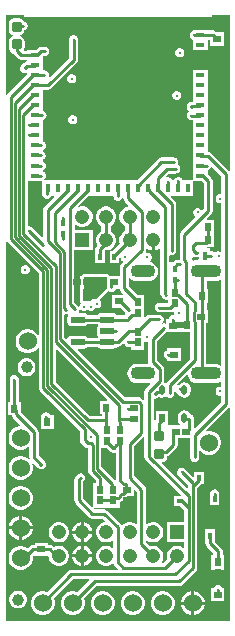
<source format=gbr>
%TF.GenerationSoftware,Altium Limited,Altium Designer,24.6.1 (21)*%
G04 Layer_Physical_Order=1*
G04 Layer_Color=255*
%FSLAX45Y45*%
%MOMM*%
%TF.SameCoordinates,189501FC-2F9B-42A0-9727-E85274D5E768*%
%TF.FilePolarity,Positive*%
%TF.FileFunction,Copper,L1,Top,Signal*%
%TF.Part,Single*%
G01*
G75*
%TA.AperFunction,SMDPad,CuDef*%
G04:AMPARAMS|DCode=10|XSize=0.91mm|YSize=0.83mm|CornerRadius=0.21995mm|HoleSize=0mm|Usage=FLASHONLY|Rotation=270.000|XOffset=0mm|YOffset=0mm|HoleType=Round|Shape=RoundedRectangle|*
%AMROUNDEDRECTD10*
21,1,0.91000,0.39010,0,0,270.0*
21,1,0.47010,0.83000,0,0,270.0*
1,1,0.43990,-0.19505,-0.23505*
1,1,0.43990,-0.19505,0.23505*
1,1,0.43990,0.19505,0.23505*
1,1,0.43990,0.19505,-0.23505*
%
%ADD10ROUNDEDRECTD10*%
%ADD11R,0.60000X0.70000*%
G04:AMPARAMS|DCode=12|XSize=1.21mm|YSize=0.59mm|CornerRadius=0.07375mm|HoleSize=0mm|Usage=FLASHONLY|Rotation=0.000|XOffset=0mm|YOffset=0mm|HoleType=Round|Shape=RoundedRectangle|*
%AMROUNDEDRECTD12*
21,1,1.21000,0.44250,0,0,0.0*
21,1,1.06250,0.59000,0,0,0.0*
1,1,0.14750,0.53125,-0.22125*
1,1,0.14750,-0.53125,-0.22125*
1,1,0.14750,-0.53125,0.22125*
1,1,0.14750,0.53125,0.22125*
%
%ADD12ROUNDEDRECTD12*%
%ADD13O,0.55000X0.80000*%
%ADD14R,0.55000X0.80000*%
%TA.AperFunction,BGAPad,CuDef*%
%ADD15R,1.20000X1.20000*%
%TA.AperFunction,SMDPad,CuDef*%
%AMCUSTOMSHAPE16*
4,1,5,-0.60000,-0.00001,-0.60000,-0.60000,0.60000,-0.60000,0.60000,0.60000,0.00001,0.60000,-0.60000,-0.00001,0.0*%
%ADD16CUSTOMSHAPE16*%

%TA.AperFunction,ConnectorPad*%
%ADD17R,0.80000X0.40000*%
%ADD18R,0.40000X0.80000*%
%TA.AperFunction,SMDPad,CuDef*%
%ADD19R,0.80000X0.80000*%
%ADD20R,0.70000X0.60000*%
%ADD21R,0.54000X0.30000*%
%ADD22R,0.30000X0.54000*%
%ADD23R,0.60000X0.64000*%
%ADD24R,0.64000X0.60000*%
%TA.AperFunction,SMDPad,SMDef*%
%ADD25R,0.40000X0.25000*%
%ADD26R,0.40000X0.70000*%
%ADD27C,1.00000*%
%TA.AperFunction,Conductor*%
%ADD28C,0.25400*%
%ADD29C,0.09000*%
%ADD30C,0.50000*%
%ADD31C,0.12700*%
%TA.AperFunction,ComponentPad*%
%ADD32C,1.52400*%
%ADD33C,1.20800*%
%ADD34R,1.20800X1.20800*%
%ADD35O,2.60000X1.10000*%
%ADD36O,2.10000X1.10000*%
%TA.AperFunction,ViaPad*%
%ADD37C,1.52400*%
%ADD38C,0.25000*%
G36*
X1875000Y3788422D02*
X1866000Y3785496D01*
X1712289Y3939207D01*
X1699687Y3947628D01*
X1690400Y3949475D01*
Y4039600D01*
Y4124600D01*
Y4209599D01*
Y4300399D01*
X1690400D01*
Y4379600D01*
X1690400D01*
Y4464600D01*
Y4549600D01*
Y4640400D01*
X1559601D01*
Y4549600D01*
Y4464600D01*
Y4385399D01*
X1559600D01*
Y4371546D01*
X1550199D01*
X1535333Y4368589D01*
X1522731Y4360168D01*
X1517531Y4354969D01*
X1514836Y4350935D01*
X1512870Y4348969D01*
X1511806Y4346400D01*
X1509111Y4342366D01*
X1508164Y4337607D01*
X1507100Y4335039D01*
Y4332259D01*
X1506153Y4327500D01*
X1507100Y4322741D01*
Y4319961D01*
X1508164Y4317393D01*
X1509111Y4312634D01*
X1511806Y4308600D01*
X1512870Y4306032D01*
X1514836Y4304066D01*
X1517531Y4300032D01*
X1521565Y4297336D01*
X1523531Y4295370D01*
X1525600Y4294513D01*
X1526456Y4292394D01*
X1526084Y4285588D01*
X1525463Y4284062D01*
X1524066Y4282664D01*
X1520032Y4279969D01*
X1517336Y4275935D01*
X1515370Y4273969D01*
X1514306Y4271400D01*
X1511611Y4267366D01*
X1510664Y4262607D01*
X1509600Y4260039D01*
Y4257259D01*
X1508654Y4252500D01*
X1509600Y4247741D01*
Y4244961D01*
X1510664Y4242393D01*
X1511611Y4237634D01*
X1514306Y4233600D01*
X1515370Y4231031D01*
X1517336Y4229065D01*
X1520032Y4225031D01*
X1524066Y4222336D01*
X1526031Y4220370D01*
X1528600Y4219306D01*
X1532634Y4216611D01*
X1537393Y4215664D01*
X1539961Y4214600D01*
X1542741D01*
X1547500Y4213653D01*
X1559601D01*
Y4124600D01*
Y4039600D01*
Y3954600D01*
Y3869600D01*
Y3784599D01*
Y3705398D01*
X1474278D01*
X1473389Y3709866D01*
X1470694Y3713900D01*
X1469630Y3716469D01*
X1467664Y3718435D01*
X1464969Y3722469D01*
X1460935Y3725164D01*
X1458969Y3727130D01*
X1456400Y3728194D01*
X1452366Y3730889D01*
X1447607Y3731836D01*
X1445039Y3732900D01*
X1442259D01*
X1437500Y3733846D01*
X1432741Y3732900D01*
X1429961D01*
X1427393Y3731836D01*
X1422634Y3730889D01*
X1418600Y3728194D01*
X1416031Y3727130D01*
X1414065Y3725164D01*
X1410031Y3722469D01*
X1407336Y3718435D01*
X1405370Y3716469D01*
X1404306Y3713900D01*
X1401611Y3709866D01*
X1400722Y3705398D01*
X1386281D01*
X1385890Y3707366D01*
X1383194Y3711400D01*
X1382130Y3713969D01*
X1380164Y3715935D01*
X1377469Y3719969D01*
X1373435Y3722664D01*
X1371469Y3724630D01*
X1368900Y3725694D01*
X1364866Y3728390D01*
X1360107Y3729336D01*
X1357539Y3730400D01*
X1354759D01*
X1350000Y3731347D01*
X1345241Y3730400D01*
X1342461D01*
X1339893Y3729336D01*
X1339404Y3729239D01*
X1334970Y3737533D01*
X1359370Y3761933D01*
X1415779D01*
X1420538Y3762880D01*
X1423318D01*
X1425886Y3763943D01*
X1430645Y3764890D01*
X1434679Y3767586D01*
X1437248Y3768650D01*
X1439214Y3770616D01*
X1443248Y3773311D01*
X1445944Y3777345D01*
X1447909Y3779311D01*
X1448973Y3781880D01*
X1451669Y3785914D01*
X1452616Y3790673D01*
X1453679Y3793241D01*
Y3796021D01*
X1454626Y3800780D01*
X1453679Y3805538D01*
Y3808318D01*
X1452616Y3810886D01*
X1451669Y3815645D01*
X1448973Y3819679D01*
X1447909Y3822248D01*
X1445944Y3824214D01*
X1443248Y3828248D01*
X1439214Y3830944D01*
X1437248Y3832910D01*
X1436112Y3834763D01*
X1433835Y3842138D01*
X1434842Y3843865D01*
X1435289Y3844534D01*
X1436236Y3849293D01*
X1437300Y3851861D01*
Y3854641D01*
X1438247Y3859400D01*
X1437300Y3864159D01*
Y3866939D01*
X1436236Y3869507D01*
X1435289Y3874266D01*
X1432594Y3878300D01*
X1431530Y3880869D01*
X1429564Y3882835D01*
X1426869Y3886869D01*
X1422835Y3889564D01*
X1420869Y3891530D01*
X1418300Y3892594D01*
X1414266Y3895290D01*
X1409507Y3896236D01*
X1406939Y3897300D01*
X1404159D01*
X1399400Y3898247D01*
X1294401D01*
X1279535Y3895290D01*
X1266932Y3886869D01*
X1085462Y3705398D01*
X545399D01*
Y3705399D01*
X303257D01*
X302230Y3707188D01*
X300497Y3714399D01*
X300935Y3714836D01*
X304969Y3717531D01*
X307664Y3721565D01*
X309630Y3723531D01*
X310694Y3726100D01*
X313390Y3730134D01*
X314336Y3734893D01*
X315400Y3737461D01*
Y3740241D01*
X316347Y3745000D01*
X315400Y3749759D01*
Y3752539D01*
X314336Y3755107D01*
X313390Y3759866D01*
X310694Y3763900D01*
X309630Y3766468D01*
X307664Y3768434D01*
X304969Y3772468D01*
X300935Y3775164D01*
X298969Y3777130D01*
X296400Y3778194D01*
X292366Y3780889D01*
X290398Y3781281D01*
Y3791219D01*
X292366Y3791611D01*
X296400Y3794306D01*
X298969Y3795370D01*
X300935Y3797336D01*
X304969Y3800032D01*
X307664Y3804066D01*
X309630Y3806032D01*
X310694Y3808600D01*
X313390Y3812634D01*
X314336Y3817393D01*
X315400Y3819961D01*
Y3822741D01*
X316347Y3827500D01*
X315400Y3832259D01*
Y3835039D01*
X314336Y3837607D01*
X313390Y3842366D01*
X310694Y3846400D01*
X309630Y3848969D01*
X307664Y3850935D01*
X304969Y3854969D01*
X300935Y3857664D01*
X298969Y3859630D01*
X296400Y3860694D01*
X292366Y3863390D01*
X290398Y3863781D01*
Y3879466D01*
X293900Y3881806D01*
X296469Y3882870D01*
X298435Y3884836D01*
X302469Y3887531D01*
X305164Y3891565D01*
X307130Y3893531D01*
X308194Y3896100D01*
X310889Y3900134D01*
X311836Y3904893D01*
X312900Y3907461D01*
Y3910241D01*
X313846Y3915000D01*
X312900Y3919759D01*
Y3922539D01*
X311836Y3925107D01*
X310889Y3929866D01*
X308194Y3933900D01*
X307130Y3936469D01*
X305164Y3938435D01*
X302469Y3942469D01*
X298435Y3945164D01*
X296469Y3947130D01*
X293900Y3948194D01*
X290398Y3950534D01*
Y3963719D01*
X292366Y3964110D01*
X296400Y3966806D01*
X298969Y3967870D01*
X300935Y3969836D01*
X304969Y3972531D01*
X307664Y3976565D01*
X309630Y3978531D01*
X310694Y3981100D01*
X313390Y3985134D01*
X314336Y3989893D01*
X315400Y3992461D01*
Y3995241D01*
X316347Y4000000D01*
X315400Y4004759D01*
Y4007539D01*
X314336Y4010107D01*
X313390Y4014866D01*
X310694Y4018900D01*
X309630Y4021468D01*
X307664Y4023434D01*
X304969Y4027468D01*
X300935Y4030164D01*
X298969Y4032130D01*
X296400Y4033194D01*
X292366Y4035889D01*
X290398Y4036281D01*
Y4124600D01*
Y4217249D01*
X292607Y4218164D01*
X297366Y4219111D01*
X301400Y4221806D01*
X303969Y4222870D01*
X305935Y4224836D01*
X309969Y4227532D01*
X312664Y4231566D01*
X314630Y4233532D01*
X315694Y4236100D01*
X318390Y4240134D01*
X319336Y4244893D01*
X320400Y4247461D01*
Y4250241D01*
X321347Y4255000D01*
X320400Y4259759D01*
Y4262539D01*
X319336Y4265107D01*
X318390Y4269866D01*
X315694Y4273900D01*
X314630Y4276469D01*
X312664Y4278435D01*
X309969Y4282469D01*
X305935Y4285164D01*
X303969Y4287130D01*
X301400Y4288194D01*
X297366Y4290890D01*
X292607Y4291836D01*
X290398Y4292751D01*
Y4379600D01*
Y4471153D01*
X332500D01*
X347366Y4474110D01*
X359969Y4482531D01*
X577468Y4700031D01*
X585889Y4712634D01*
X588846Y4727500D01*
Y4895000D01*
X587900Y4899759D01*
Y4902539D01*
X586836Y4905107D01*
X585889Y4909866D01*
X583194Y4913900D01*
X582130Y4916469D01*
X580164Y4918435D01*
X577468Y4922469D01*
X573434Y4925164D01*
X571469Y4927130D01*
X568900Y4928194D01*
X564866Y4930890D01*
X560107Y4931836D01*
X557539Y4932900D01*
X554759D01*
X550000Y4933847D01*
X545241Y4932900D01*
X542461D01*
X539893Y4931836D01*
X535134Y4930890D01*
X531100Y4928194D01*
X528531Y4927130D01*
X526565Y4925164D01*
X522531Y4922469D01*
X519836Y4918435D01*
X517870Y4916469D01*
X516806Y4913900D01*
X514110Y4909866D01*
X513164Y4905107D01*
X512100Y4902539D01*
Y4899759D01*
X511153Y4895000D01*
Y4743590D01*
X349581Y4582018D01*
X347495Y4582276D01*
X345148Y4583748D01*
X340400Y4589962D01*
Y4592741D01*
X341347Y4597500D01*
X340400Y4602259D01*
Y4605039D01*
X339336Y4607607D01*
X338389Y4612366D01*
X335694Y4616400D01*
X334630Y4618969D01*
X332664Y4620935D01*
X329969Y4624969D01*
X325935Y4627664D01*
X323969Y4629630D01*
X321400Y4630694D01*
X317366Y4633390D01*
X312607Y4634336D01*
X310039Y4635400D01*
X307259D01*
X302500Y4636347D01*
X299398Y4635730D01*
X292713Y4639268D01*
X290398Y4643251D01*
Y4719600D01*
X290398D01*
Y4755463D01*
X293589Y4758653D01*
X307500D01*
X312259Y4759600D01*
X315039D01*
X317607Y4760664D01*
X322366Y4761610D01*
X326400Y4764306D01*
X328969Y4765370D01*
X330935Y4767336D01*
X334969Y4770031D01*
X337664Y4774065D01*
X339630Y4776031D01*
X340694Y4778600D01*
X343389Y4782634D01*
X344336Y4787393D01*
X345400Y4789961D01*
Y4792741D01*
X346347Y4797500D01*
X345400Y4802259D01*
Y4805039D01*
X344336Y4807607D01*
X343389Y4812366D01*
X340694Y4816400D01*
X339630Y4818969D01*
X337664Y4820934D01*
X334969Y4824969D01*
X330935Y4827664D01*
X328969Y4829630D01*
X326400Y4830694D01*
X322366Y4833389D01*
X317607Y4834336D01*
X315039Y4835400D01*
X312259D01*
X307500Y4836346D01*
X277498D01*
X262632Y4833389D01*
X250029Y4824969D01*
X236208Y4811147D01*
X232298D01*
X228545Y4810400D01*
X159598D01*
Y4803847D01*
X135079D01*
X130836Y4811784D01*
X131650Y4813002D01*
X135329Y4831495D01*
Y4878505D01*
X131650Y4896998D01*
X121175Y4912675D01*
X105498Y4923150D01*
X94127Y4925412D01*
Y4934588D01*
X105498Y4936850D01*
X121175Y4947325D01*
X131650Y4963003D01*
X133715Y4973384D01*
X137366Y4974110D01*
X141400Y4976806D01*
X143968Y4977870D01*
X145934Y4979836D01*
X149968Y4982531D01*
X152664Y4986565D01*
X154630Y4988531D01*
X155694Y4991100D01*
X158389Y4995134D01*
X159336Y4999893D01*
X160400Y5002461D01*
Y5005241D01*
X161346Y5010000D01*
X160400Y5014759D01*
Y5017539D01*
X159336Y5020107D01*
X158389Y5024866D01*
X155694Y5028900D01*
X154630Y5031468D01*
X152664Y5033434D01*
X149968Y5037468D01*
X145934Y5040164D01*
X143968Y5042130D01*
X141400Y5043194D01*
X137366Y5045889D01*
X132607Y5046836D01*
X131434Y5047322D01*
X121175Y5062675D01*
X105498Y5073150D01*
X87005Y5076829D01*
X47995D01*
X29502Y5073150D01*
X13825Y5062675D01*
X3350Y5046998D01*
X-329Y5028505D01*
Y4981495D01*
X3350Y4963003D01*
X13825Y4947325D01*
X29502Y4936850D01*
X40873Y4934588D01*
Y4925412D01*
X29502Y4923150D01*
X13825Y4912675D01*
X3350Y4896998D01*
X-329Y4878505D01*
Y4831495D01*
X3350Y4813002D01*
X13825Y4797325D01*
X29502Y4786850D01*
X33005Y4786153D01*
X41252Y4773810D01*
X77531Y4737532D01*
X90134Y4729111D01*
X105000Y4726154D01*
X150910D01*
X159598Y4725400D01*
Y4711547D01*
X155200D01*
X140334Y4708590D01*
X127732Y4700169D01*
X107531Y4679969D01*
X104836Y4675935D01*
X102870Y4673969D01*
X101806Y4671400D01*
X99111Y4667366D01*
X98164Y4662607D01*
X97100Y4660039D01*
Y4657259D01*
X96153Y4652500D01*
X97100Y4647741D01*
Y4644961D01*
X98164Y4642393D01*
X99111Y4637634D01*
X101806Y4633600D01*
X102870Y4631031D01*
X104836Y4629065D01*
X107531Y4625031D01*
X111565Y4622336D01*
X113531Y4620370D01*
X116100Y4619306D01*
X120134Y4616611D01*
X124893Y4615664D01*
X127461Y4614600D01*
X130241D01*
X135000Y4613653D01*
X139759Y4614600D01*
X142539D01*
X145107Y4615664D01*
X149866Y4616611D01*
X150598Y4617100D01*
X158456Y4613405D01*
X159598Y4611925D01*
Y4604537D01*
X-8169Y4436771D01*
X-11236Y4432180D01*
X-23464Y4430080D01*
X-25000Y4431220D01*
Y5105000D01*
X130096D01*
X131073Y5100089D01*
X136687Y5091687D01*
X145089Y5086073D01*
X154999Y5084102D01*
X1694999D01*
X1704910Y5086073D01*
X1713313Y5091688D01*
X1718926Y5100089D01*
X1719903Y5105000D01*
X1875000D01*
Y3788422D01*
D02*
G37*
G36*
X1651553Y3683510D02*
Y3459931D01*
X1641800Y3450178D01*
X1632973Y3451934D01*
X1632130Y3453969D01*
X1621469Y3464630D01*
X1607539Y3470400D01*
X1592461D01*
X1578532Y3464630D01*
X1567870Y3453969D01*
X1562100Y3440039D01*
Y3424961D01*
X1567870Y3411032D01*
X1578532Y3400370D01*
X1580567Y3399527D01*
X1582322Y3390700D01*
X1459431Y3267809D01*
X1451011Y3255207D01*
X1448053Y3240341D01*
Y3031346D01*
X1427500D01*
X1412634Y3028389D01*
X1400031Y3019969D01*
X1390463Y3010400D01*
X1364600D01*
X1362347Y3018467D01*
Y3065690D01*
X1369830Y3070690D01*
X1372461Y3069600D01*
X1387539D01*
X1401469Y3075370D01*
X1412130Y3086031D01*
X1415656Y3094543D01*
X1415889Y3094893D01*
X1415972Y3095306D01*
X1417900Y3099961D01*
Y3105000D01*
X1418847Y3109759D01*
Y3504998D01*
X1415889Y3519864D01*
X1407469Y3532466D01*
X1373651Y3566284D01*
X1377095Y3574599D01*
X1565400D01*
Y3699599D01*
X1635464D01*
X1651553Y3683510D01*
D02*
G37*
G36*
X284598Y3574599D02*
X291220D01*
X291611Y3572634D01*
X294306Y3568600D01*
X295370Y3566031D01*
X297336Y3564066D01*
X300031Y3560031D01*
X304065Y3557336D01*
X306031Y3555370D01*
X308600Y3554306D01*
X312634Y3551611D01*
X317393Y3550664D01*
X319961Y3549600D01*
X322741D01*
X327500Y3548654D01*
X332259Y3549600D01*
X335039D01*
X337607Y3550664D01*
X342366Y3551611D01*
X346400Y3554306D01*
X348969Y3555370D01*
X350935Y3557336D01*
X354969Y3560031D01*
X357664Y3564066D01*
X359630Y3566031D01*
X360694Y3568600D01*
X363389Y3572634D01*
X363780Y3574599D01*
X387903D01*
X391347Y3566284D01*
X302532Y3477469D01*
X294111Y3464866D01*
X291154Y3450000D01*
Y3225542D01*
X282839Y3222098D01*
X201777Y3303161D01*
X200569Y3304968D01*
X196535Y3307664D01*
X194569Y3309630D01*
X192000Y3310694D01*
X187966Y3313389D01*
X183207Y3314336D01*
X180639Y3315400D01*
X177859D01*
X173100Y3316346D01*
X170347Y3315799D01*
X163324Y3319644D01*
X161346Y3323395D01*
Y3699599D01*
X284598D01*
Y3574599D01*
D02*
G37*
G36*
X1237700Y3112076D02*
X1258117Y3117547D01*
X1275654Y3127672D01*
X1284654Y3124269D01*
Y2746100D01*
X1287611Y2731234D01*
X1296031Y2718631D01*
X1309631Y2705031D01*
X1313665Y2702336D01*
X1315631Y2700370D01*
X1318200Y2699306D01*
X1322234Y2696611D01*
X1326993Y2695664D01*
X1329561Y2694600D01*
X1332341D01*
X1337100Y2693653D01*
X1340600Y2694350D01*
X1343808Y2693548D01*
X1345951Y2692567D01*
X1349600Y2686914D01*
Y2666346D01*
X1275040D01*
X1270281Y2665400D01*
X1267502D01*
X1264933Y2664336D01*
X1260175Y2663389D01*
X1256140Y2660694D01*
X1253572Y2659630D01*
X1251606Y2657664D01*
X1247572Y2654969D01*
X1244876Y2650934D01*
X1242910Y2648969D01*
X1241846Y2646400D01*
X1239151Y2642366D01*
X1238204Y2637607D01*
X1237141Y2635039D01*
Y2632259D01*
X1236194Y2627500D01*
X1237141Y2622741D01*
Y2619961D01*
X1238204Y2617393D01*
X1239151Y2612634D01*
X1241846Y2608600D01*
X1242910Y2606031D01*
X1244876Y2604065D01*
X1247572Y2600031D01*
X1251606Y2597336D01*
X1253572Y2595370D01*
X1256140Y2594306D01*
X1260175Y2591611D01*
X1264933Y2590664D01*
X1267502Y2589600D01*
X1270281D01*
X1275040Y2588653D01*
X1370000D01*
X1384866Y2591611D01*
X1394028Y2597733D01*
X1396258Y2596921D01*
X1401221Y2585917D01*
Y2571215D01*
X1401147Y2570691D01*
X1400162Y2568716D01*
X1394545Y2563440D01*
X1392500Y2563847D01*
X1387741Y2562900D01*
X1384961D01*
X1382393Y2561836D01*
X1377634Y2560889D01*
X1373600Y2558194D01*
X1371031Y2557130D01*
X1369065Y2555164D01*
X1365031Y2552469D01*
X1362336Y2548435D01*
X1360370Y2546469D01*
X1359306Y2543900D01*
X1356610Y2539866D01*
X1355664Y2535107D01*
X1354600Y2532539D01*
Y2530900D01*
X1335100D01*
Y2499063D01*
X1329811Y2493962D01*
X1326100Y2492460D01*
X1325039Y2492900D01*
X1322259D01*
X1317500Y2493846D01*
X1312741Y2492900D01*
X1309961D01*
X1307393Y2491836D01*
X1306041Y2491567D01*
X1302527Y2499988D01*
X1302516Y2500042D01*
X1305204Y2504065D01*
X1307170Y2506031D01*
X1308234Y2508600D01*
X1310930Y2512634D01*
X1311876Y2517393D01*
X1312940Y2519961D01*
Y2522741D01*
X1313887Y2527500D01*
X1312940Y2532259D01*
Y2535039D01*
X1311876Y2537607D01*
X1310930Y2542366D01*
X1308234Y2546400D01*
X1307170Y2548968D01*
X1305204Y2550934D01*
X1302509Y2554968D01*
X1298475Y2557664D01*
X1296509Y2559630D01*
X1293940Y2560694D01*
X1289906Y2563389D01*
X1285147Y2564336D01*
X1282579Y2565400D01*
X1279799D01*
X1275040Y2566346D01*
X1195000D01*
X1180134Y2563389D01*
X1167531Y2554968D01*
X1158715Y2546152D01*
X1150400Y2549597D01*
Y2614600D01*
Y2735400D01*
X1089537D01*
X1018847Y2806091D01*
Y2876597D01*
X1027369Y2879490D01*
X1029158Y2877158D01*
X1045953Y2864271D01*
X1065511Y2856170D01*
X1086500Y2853406D01*
X1186500D01*
X1207489Y2856170D01*
X1227047Y2864271D01*
X1243842Y2877158D01*
X1256729Y2893953D01*
X1264831Y2913511D01*
X1267594Y2934500D01*
X1264831Y2955488D01*
X1256729Y2975047D01*
X1243842Y2991842D01*
X1227047Y3004729D01*
X1207489Y3012830D01*
X1196683Y3014253D01*
X1194958Y3019728D01*
X1194691Y3023593D01*
X1204630Y3033531D01*
X1210400Y3047461D01*
Y3062539D01*
X1204630Y3076469D01*
X1193969Y3087130D01*
X1180039Y3092900D01*
X1167129D01*
X1162468Y3098893D01*
X1161639Y3100884D01*
X1164596Y3115750D01*
Y3125247D01*
X1173596Y3128105D01*
X1191882Y3117547D01*
X1212300Y3112076D01*
Y3197500D01*
X1237700D01*
Y3112076D01*
D02*
G37*
G36*
X886153Y3569060D02*
X889110Y3554194D01*
X893008Y3548360D01*
X893649Y3546811D01*
X894835Y3545625D01*
X897531Y3541591D01*
X898311Y3540811D01*
X902345Y3538116D01*
X904311Y3536150D01*
X906880Y3535086D01*
X910914Y3532390D01*
X915673Y3531444D01*
X918241Y3530380D01*
X921021D01*
X925779Y3529433D01*
X930538Y3530380D01*
X933318D01*
X935886Y3531444D01*
X940645Y3532390D01*
X944679Y3535086D01*
X947248Y3536150D01*
X949214Y3538116D01*
X953248Y3540811D01*
X955943Y3544845D01*
X957909Y3546811D01*
X958973Y3549380D01*
X961669Y3553414D01*
X962153Y3555849D01*
X971153Y3554962D01*
Y3551800D01*
X974110Y3536935D01*
X982531Y3524332D01*
X1015399Y3491464D01*
X1011441Y3482694D01*
X991882Y3477453D01*
X972317Y3466157D01*
X956343Y3450183D01*
X945047Y3430618D01*
X939200Y3408796D01*
Y3386204D01*
X945047Y3364383D01*
X956343Y3344818D01*
X972317Y3328843D01*
X986153Y3320855D01*
Y3274145D01*
X972317Y3266157D01*
X956343Y3250182D01*
X945047Y3230618D01*
X939200Y3208796D01*
Y3186204D01*
X943335Y3170772D01*
X880463Y3107900D01*
X863347D01*
X863135Y3107900D01*
X863133Y3107900D01*
X862165Y3107900D01*
X861698Y3108006D01*
X857758Y3116865D01*
X858088Y3117495D01*
X858118Y3117547D01*
X860680Y3119027D01*
X877682Y3128843D01*
X893657Y3144818D01*
X904953Y3164383D01*
X910800Y3186204D01*
Y3208796D01*
X904953Y3230618D01*
X893657Y3250182D01*
X877682Y3266157D01*
X863846Y3274145D01*
Y3320855D01*
X877682Y3328843D01*
X893657Y3344818D01*
X904953Y3364383D01*
X910800Y3386204D01*
Y3408796D01*
X904953Y3430618D01*
X893657Y3450183D01*
X877682Y3466157D01*
X858117Y3477453D01*
X836296Y3483300D01*
X813704D01*
X791882Y3477453D01*
X772317Y3466157D01*
X756343Y3450183D01*
X745047Y3430618D01*
X739200Y3408796D01*
Y3386204D01*
X745047Y3364383D01*
X756343Y3344818D01*
X772317Y3328843D01*
X786153Y3320855D01*
Y3274145D01*
X772317Y3266157D01*
X756343Y3250182D01*
X745047Y3230618D01*
X739200Y3208796D01*
Y3186204D01*
X745047Y3164383D01*
X751531Y3153153D01*
X746979Y3148602D01*
X738559Y3135999D01*
X735602Y3121133D01*
Y3107900D01*
X734600D01*
Y3003100D01*
X815400D01*
Y3107148D01*
X819952Y3111700D01*
X836296D01*
X846322Y3114387D01*
X849734Y3112334D01*
X854055Y3109655D01*
X854600Y3107287D01*
X854600Y3099905D01*
X854600Y3099904D01*
X854600Y3099847D01*
Y3003100D01*
X935400D01*
Y3047040D01*
X938100Y3048859D01*
X940539Y3048480D01*
X948199Y3044810D01*
X952870Y3033531D01*
X963531Y3022870D01*
X966231Y3021752D01*
X967987Y3012925D01*
X952531Y2997469D01*
X944111Y2984866D01*
X941154Y2970000D01*
Y2897900D01*
X851529D01*
X847912Y2903312D01*
X839510Y2908926D01*
X829600Y2910898D01*
X637900D01*
X627989Y2908926D01*
X619587Y2903312D01*
X615971Y2897900D01*
X607100D01*
Y2787101D01*
X607099Y2787100D01*
X606581Y2784424D01*
X606667Y2783701D01*
X606502Y2782400D01*
X606502Y2778347D01*
Y2682500D01*
X607822Y2675864D01*
X608473Y2672590D01*
X608882Y2670779D01*
X609599Y2667600D01*
D01*
X610002Y2658600D01*
X607870Y2656469D01*
X602100Y2642539D01*
Y2638258D01*
X600316Y2637233D01*
X593100Y2635498D01*
X592664Y2635935D01*
X589969Y2639969D01*
X555946Y2673991D01*
Y3111700D01*
X710800D01*
Y3283300D01*
X561947D01*
Y3327455D01*
X570261Y3330899D01*
X572317Y3328843D01*
X591882Y3317547D01*
X613704Y3311700D01*
X636296D01*
X658117Y3317547D01*
X677682Y3328843D01*
X693657Y3344818D01*
X704953Y3364383D01*
X710800Y3386204D01*
Y3408796D01*
X704953Y3430618D01*
X693657Y3450183D01*
X677682Y3466157D01*
X658117Y3477453D01*
X636296Y3483300D01*
X613704D01*
X596304Y3478638D01*
X591645Y3486707D01*
X679537Y3574599D01*
X886153D01*
Y3569060D01*
D02*
G37*
G36*
X1723390Y3818232D02*
X1801754Y3739868D01*
Y3589773D01*
X1797540Y3586958D01*
X1782463D01*
X1768533Y3581188D01*
X1757872Y3570526D01*
X1752102Y3556596D01*
Y3541519D01*
X1757872Y3527589D01*
X1768533Y3516928D01*
X1782463Y3511158D01*
X1797540D01*
X1801754Y3508342D01*
Y3105718D01*
X1792753Y3099704D01*
X1785039Y3102900D01*
X1769961D01*
X1756031Y3097130D01*
X1753011Y3094109D01*
X1742468Y3094969D01*
X1738435Y3097664D01*
X1736469Y3099630D01*
X1733900Y3100694D01*
X1729866Y3103390D01*
X1725108Y3104336D01*
X1722539Y3105400D01*
X1719758D01*
X1715000Y3106346D01*
X1707900Y3111603D01*
Y3127900D01*
X1686800D01*
X1682791Y3136900D01*
X1685671Y3140100D01*
X1741400D01*
Y3252600D01*
Y3367400D01*
X1680655D01*
X1677211Y3375715D01*
X1717868Y3416372D01*
X1726289Y3428975D01*
X1729246Y3443840D01*
Y3699600D01*
X1726289Y3714466D01*
X1717868Y3727069D01*
X1690400Y3754537D01*
Y3793720D01*
X1692366Y3794111D01*
X1696400Y3796806D01*
X1698969Y3797870D01*
X1700935Y3799836D01*
X1704969Y3802531D01*
X1707664Y3806565D01*
X1709630Y3808531D01*
X1710694Y3811100D01*
X1713390Y3815134D01*
X1713451Y3815443D01*
X1722588Y3818379D01*
X1723390Y3818232D01*
D02*
G37*
G36*
X944111Y2775134D02*
X952531Y2762531D01*
X968848Y2746215D01*
X965404Y2737900D01*
X874600D01*
Y2627100D01*
X940463D01*
X981767Y2585796D01*
X982406Y2584839D01*
X983470Y2582271D01*
X985436Y2580305D01*
X988132Y2576271D01*
X987940Y2565938D01*
X985848Y2563847D01*
X916370D01*
X911755Y2570754D01*
X900913Y2577998D01*
X888125Y2580542D01*
X781875D01*
X769087Y2577998D01*
X758246Y2570754D01*
X753630Y2563847D01*
X665371D01*
X660755Y2570754D01*
X649914Y2577998D01*
X637125Y2580542D01*
X597793D01*
X593249Y2588093D01*
X593141Y2589542D01*
X594630Y2591031D01*
X595694Y2593600D01*
X598389Y2597634D01*
X599336Y2602393D01*
X600400Y2604961D01*
Y2607742D01*
X600649Y2608994D01*
X601046Y2609243D01*
X610053Y2611348D01*
X618531Y2602870D01*
X632461Y2597100D01*
X647539D01*
X661469Y2602870D01*
X668750Y2610151D01*
X676031Y2602870D01*
X689961Y2597100D01*
X705039D01*
X718969Y2602870D01*
X729630Y2613531D01*
X734172Y2624498D01*
X739961Y2622100D01*
X755039D01*
X768968Y2627870D01*
X779630Y2638531D01*
X785400Y2652461D01*
Y2667539D01*
X779630Y2681469D01*
X768969Y2692130D01*
X768933Y2692308D01*
X845280Y2768655D01*
X846565Y2767796D01*
X848531Y2765830D01*
X851100Y2764766D01*
X855134Y2762071D01*
X859893Y2761124D01*
X862461Y2760060D01*
X865241D01*
X870000Y2759114D01*
X874759Y2760060D01*
X877539D01*
X880107Y2761124D01*
X884866Y2762071D01*
X888900Y2764766D01*
X891469Y2765830D01*
X893435Y2767796D01*
X897469Y2770492D01*
X900164Y2774526D01*
X902130Y2776492D01*
X903194Y2779060D01*
X905889Y2783094D01*
X906686Y2787100D01*
X941730D01*
X944111Y2775134D01*
D02*
G37*
G36*
X829600Y2789600D02*
X740597Y2700597D01*
X735039Y2702900D01*
X719961D01*
X706031Y2697130D01*
X695370Y2686469D01*
X693726Y2682500D01*
X632400D01*
Y2782400D01*
X637900Y2787100D01*
X637900D01*
Y2885000D01*
X829600D01*
Y2789600D01*
D02*
G37*
G36*
X505669Y2568621D02*
X505737Y2568497D01*
X500002Y2559913D01*
X497458Y2547125D01*
Y2502875D01*
X500002Y2490087D01*
X507246Y2479246D01*
X518087Y2472002D01*
X530875Y2469458D01*
X637125D01*
X649914Y2472002D01*
X660755Y2479246D01*
X665371Y2486154D01*
X753630D01*
X754858Y2484315D01*
X757555Y2477500D01*
X754858Y2470685D01*
X751002Y2464913D01*
X748458Y2452125D01*
Y2407875D01*
X751002Y2395087D01*
X754858Y2389315D01*
X757555Y2382500D01*
X754858Y2375685D01*
X753630Y2373846D01*
X665371D01*
X660755Y2380754D01*
X649914Y2387998D01*
X637125Y2390542D01*
X530875D01*
X518087Y2387998D01*
X507246Y2380754D01*
X500002Y2369913D01*
X499197Y2365867D01*
X489432Y2362905D01*
X470747Y2381590D01*
Y2563740D01*
X472724Y2567492D01*
X479747Y2571337D01*
X482500Y2570789D01*
X487259Y2571736D01*
X490039D01*
X492607Y2572800D01*
X497366Y2573746D01*
X499271Y2575019D01*
X505669Y2568621D01*
D02*
G37*
G36*
X-11236Y3185323D02*
X-8169Y3180732D01*
X254835Y2917728D01*
Y2398920D01*
X246142Y2396590D01*
X241700Y2404284D01*
X222784Y2423200D01*
X199616Y2436576D01*
X173776Y2443500D01*
X147024D01*
X121184Y2436576D01*
X98016Y2423200D01*
X79100Y2404284D01*
X65724Y2381116D01*
X58800Y2355276D01*
Y2328524D01*
X65724Y2302684D01*
X79100Y2279516D01*
X98016Y2260600D01*
X121184Y2247224D01*
X147024Y2240300D01*
X173776D01*
X199616Y2247224D01*
X222784Y2260600D01*
X241700Y2279516D01*
X246142Y2287210D01*
X254835Y2284881D01*
Y1948819D01*
X254835Y1948818D01*
X257792Y1933952D01*
X266213Y1921349D01*
X605553Y1582009D01*
Y1506540D01*
X608510Y1491674D01*
X616931Y1479071D01*
X646572Y1449430D01*
X659175Y1441009D01*
X672353Y1438388D01*
Y1247651D01*
X675311Y1232785D01*
X683731Y1220182D01*
X736153Y1167760D01*
Y1145400D01*
X717100D01*
Y1024600D01*
Y938999D01*
X708100Y935271D01*
X633244Y1010127D01*
Y1154245D01*
X633835Y1154836D01*
X637869Y1157531D01*
X640564Y1161565D01*
X642530Y1163531D01*
X643594Y1166100D01*
X646290Y1170134D01*
X647236Y1174893D01*
X648300Y1177461D01*
Y1180241D01*
X649247Y1185000D01*
X648300Y1189759D01*
Y1192539D01*
X647236Y1195107D01*
X646290Y1199866D01*
X643594Y1203900D01*
X642530Y1206469D01*
X640564Y1208434D01*
X637869Y1212468D01*
X633835Y1215164D01*
X631869Y1217130D01*
X629300Y1218194D01*
X625266Y1220889D01*
X620507Y1221836D01*
X617939Y1222900D01*
X615159D01*
X610400Y1223846D01*
X608100D01*
X603341Y1222900D01*
X602862D01*
X602419Y1222716D01*
X593234Y1220889D01*
X580632Y1212469D01*
X566929Y1198766D01*
X558508Y1186163D01*
X555551Y1171297D01*
Y994036D01*
X558508Y979170D01*
X566929Y966568D01*
X681047Y852450D01*
X693650Y844029D01*
X708515Y841072D01*
X793292D01*
X815400Y818964D01*
X811442Y810194D01*
X791883Y804953D01*
X772318Y793657D01*
X756344Y777682D01*
X745048Y758118D01*
X739201Y736296D01*
Y713704D01*
X745048Y691883D01*
X756344Y672318D01*
X772318Y656343D01*
X791883Y645047D01*
X813705Y639200D01*
X836297D01*
X858118Y645047D01*
X875655Y655172D01*
X884655Y651769D01*
Y598231D01*
X875655Y594828D01*
X858118Y604953D01*
X836297Y610800D01*
X813705D01*
X791883Y604953D01*
X772318Y593657D01*
X756344Y577682D01*
X745048Y558118D01*
X739201Y536296D01*
Y513704D01*
X745048Y491882D01*
X756344Y472318D01*
X772318Y456343D01*
X791883Y445047D01*
X813705Y439200D01*
X836297D01*
X858118Y445047D01*
X877683Y456343D01*
X878941Y457601D01*
X888849Y454781D01*
X896032Y444030D01*
X925402Y414661D01*
X921958Y406346D01*
X532500D01*
X517634Y403389D01*
X505031Y394968D01*
X329547Y219485D01*
X329216Y219676D01*
X303376Y226600D01*
X276624D01*
X250784Y219676D01*
X227616Y206300D01*
X208700Y187384D01*
X195324Y164216D01*
X188400Y138376D01*
Y111624D01*
X195324Y85784D01*
X208700Y62616D01*
X227616Y43700D01*
X250784Y30324D01*
X276624Y23400D01*
X303376D01*
X329216Y30324D01*
X352384Y43700D01*
X371300Y62616D01*
X384676Y85784D01*
X391600Y111624D01*
Y138376D01*
X384676Y164216D01*
X384485Y164548D01*
X548590Y328653D01*
X680957D01*
X684402Y320339D01*
X583548Y219485D01*
X583216Y219676D01*
X557376Y226600D01*
X530624D01*
X504784Y219676D01*
X481616Y206300D01*
X462700Y187384D01*
X449324Y164216D01*
X442400Y138376D01*
Y111624D01*
X449324Y85784D01*
X462700Y62616D01*
X481616Y43700D01*
X504784Y30324D01*
X530624Y23400D01*
X557376D01*
X583216Y30324D01*
X606384Y43700D01*
X625300Y62616D01*
X638676Y85784D01*
X645600Y111624D01*
Y138376D01*
X638676Y164216D01*
X638485Y164548D01*
X744717Y270779D01*
X1447126D01*
X1461991Y273736D01*
X1474594Y282157D01*
X1585370Y392932D01*
X1593791Y405535D01*
X1596748Y420401D01*
Y1099811D01*
X1627037Y1130100D01*
X1652900D01*
Y1234900D01*
X1572100D01*
Y1193065D01*
X1563100Y1189337D01*
X1492469Y1259969D01*
X1488435Y1262664D01*
X1486469Y1264630D01*
X1483900Y1265694D01*
X1479866Y1268389D01*
X1475107Y1269336D01*
X1472539Y1270400D01*
X1469759D01*
X1465000Y1271346D01*
X1460241Y1270400D01*
X1457461D01*
X1454893Y1269336D01*
X1450134Y1268389D01*
X1446100Y1265694D01*
X1443532Y1264630D01*
X1441566Y1262664D01*
X1437532Y1259969D01*
X1434836Y1255934D01*
X1432870Y1253969D01*
X1431806Y1251400D01*
X1429111Y1247366D01*
X1428164Y1242607D01*
X1427100Y1240039D01*
Y1237259D01*
X1426154Y1232500D01*
X1427100Y1227741D01*
Y1224961D01*
X1428164Y1222393D01*
X1429111Y1217634D01*
X1431806Y1213600D01*
X1432870Y1211031D01*
X1434836Y1209065D01*
X1437532Y1205031D01*
X1519055Y1123508D01*
Y1100105D01*
X1510740Y1096661D01*
X1299844Y1307557D01*
X1302806Y1317322D01*
X1312998Y1319350D01*
X1328675Y1329825D01*
X1339150Y1345502D01*
X1342829Y1363995D01*
Y1367589D01*
X1349714Y1368959D01*
X1362317Y1377380D01*
X1420168Y1435231D01*
X1428589Y1447834D01*
X1431546Y1462700D01*
Y1522100D01*
X1536153D01*
Y1360000D01*
X1537100Y1355241D01*
Y1352461D01*
X1538164Y1349893D01*
X1539110Y1345134D01*
X1541806Y1341100D01*
X1542870Y1338531D01*
X1544836Y1336566D01*
X1547531Y1332531D01*
X1551565Y1329836D01*
X1553531Y1327870D01*
X1556100Y1326806D01*
X1560134Y1324111D01*
X1564893Y1323164D01*
X1567461Y1322100D01*
X1570241D01*
X1575000Y1321154D01*
X1579759Y1322100D01*
X1582539D01*
X1585107Y1323164D01*
X1589866Y1324111D01*
X1593900Y1326806D01*
X1596468Y1327870D01*
X1598434Y1329836D01*
X1602468Y1332531D01*
X1605164Y1336566D01*
X1607130Y1338531D01*
X1608194Y1341100D01*
X1610889Y1345134D01*
X1611836Y1349893D01*
X1612900Y1352461D01*
Y1355241D01*
X1613846Y1360000D01*
Y1409542D01*
X1622846Y1413269D01*
X1634716Y1401400D01*
X1657884Y1388024D01*
X1683724Y1381100D01*
X1710476D01*
X1736316Y1388024D01*
X1759484Y1401400D01*
X1778400Y1420316D01*
X1791776Y1443484D01*
X1798700Y1469324D01*
Y1496076D01*
X1791776Y1521916D01*
X1778400Y1545084D01*
X1759484Y1564000D01*
X1736316Y1577376D01*
X1710476Y1584300D01*
X1683724D01*
X1678571Y1582919D01*
X1674072Y1590714D01*
X1866000Y1782642D01*
X1875000Y1779717D01*
Y-25000D01*
X-25000D01*
Y3186282D01*
X-23464Y3187423D01*
X-11236Y3185323D01*
D02*
G37*
G36*
X1164599Y2337755D02*
X1179676D01*
X1183054Y2335498D01*
Y2166764D01*
X1184281Y2160594D01*
X1176895Y2151594D01*
X1086500D01*
X1065511Y2148830D01*
X1045953Y2140729D01*
X1029158Y2127842D01*
X1016271Y2111047D01*
X1008170Y2091489D01*
X1005406Y2070500D01*
X1008170Y2049512D01*
X1016271Y2029953D01*
X1029158Y2013158D01*
X1045953Y2000271D01*
X1065511Y1992170D01*
X1086500Y1989406D01*
X1186500D01*
X1196498Y1990723D01*
X1200702Y1982198D01*
X1161931Y1943428D01*
X1153511Y1930825D01*
X1150553Y1915959D01*
Y1848033D01*
X1141553Y1844305D01*
X1129990Y1855869D01*
X1117387Y1864289D01*
X1102521Y1867246D01*
X985090D01*
X581193Y2271143D01*
X584637Y2279458D01*
X637125D01*
X649914Y2282002D01*
X660755Y2289246D01*
X665371Y2296153D01*
X753630D01*
X758246Y2289246D01*
X769087Y2282002D01*
X781875Y2279458D01*
X888125D01*
X900913Y2282002D01*
X911755Y2289246D01*
X916370Y2296154D01*
X925533D01*
X940398Y2299111D01*
X953001Y2307532D01*
X968210Y2322740D01*
X969051Y2322980D01*
X979303Y2321105D01*
X979306Y2321100D01*
X980370Y2318531D01*
X982336Y2316565D01*
X985031Y2312531D01*
X992531Y2305031D01*
X1005134Y2296611D01*
X1020000Y2293654D01*
X1039600D01*
Y2272100D01*
X1150400D01*
Y2333894D01*
X1159400Y2339908D01*
X1164599Y2337755D01*
D02*
G37*
G36*
X1801754Y2864614D02*
Y2140386D01*
X1793682Y2136405D01*
X1788047Y2140729D01*
X1768489Y2148830D01*
X1747500Y2151594D01*
X1675785D01*
Y2494600D01*
X1690400D01*
Y2605400D01*
X1675847D01*
Y2667600D01*
X1692400D01*
Y2782400D01*
X1675847D01*
Y2853406D01*
X1747500D01*
X1768489Y2856170D01*
X1788047Y2864271D01*
X1793682Y2868595D01*
X1801754Y2864614D01*
D02*
G37*
G36*
X1449900Y2420100D02*
X1452100Y2417100D01*
Y2417100D01*
X1536153D01*
Y2195754D01*
X1337531Y1997132D01*
X1329328Y1984855D01*
X1318140Y1992331D01*
X1315789Y1992798D01*
X1318447Y2006159D01*
Y2109063D01*
X1315490Y2123929D01*
X1307069Y2136532D01*
X1260747Y2182854D01*
Y2343309D01*
X1337537Y2420100D01*
X1449900D01*
D02*
G37*
G36*
X1518243Y2056553D02*
X1519170Y2049512D01*
X1527271Y2029953D01*
X1540158Y2013158D01*
X1556953Y2000271D01*
X1576511Y1992170D01*
X1597500Y1989406D01*
X1747500D01*
X1768489Y1992170D01*
X1788047Y2000271D01*
X1793682Y2004595D01*
X1801754Y2000614D01*
Y1960716D01*
X1797538Y1957900D01*
X1782461D01*
X1768531Y1952130D01*
X1757870Y1941469D01*
X1752100Y1927539D01*
Y1912461D01*
X1757870Y1898531D01*
X1768531Y1887870D01*
X1782461Y1882100D01*
X1797538D01*
X1801754Y1879284D01*
Y1828270D01*
X1577846Y1604363D01*
X1568846Y1608091D01*
Y1687500D01*
X1567900Y1692259D01*
Y1695039D01*
X1566836Y1697607D01*
X1565889Y1702366D01*
X1563194Y1706400D01*
X1562130Y1708969D01*
X1560164Y1710935D01*
X1557469Y1714969D01*
X1553435Y1717664D01*
X1551469Y1719630D01*
X1548900Y1720694D01*
X1544866Y1723389D01*
X1540107Y1724336D01*
X1537539Y1725400D01*
X1535821D01*
X1525639Y1740639D01*
X1508140Y1752331D01*
X1487500Y1756436D01*
X1466859Y1752331D01*
X1449361Y1740639D01*
X1437669Y1723141D01*
X1433564Y1702500D01*
Y1677500D01*
X1437669Y1656859D01*
X1447665Y1641900D01*
X1444065Y1632900D01*
X1354600D01*
X1350400Y1640160D01*
Y1755400D01*
X1244600D01*
Y1679323D01*
X1242032Y1675479D01*
X1229875Y1673484D01*
X1228246Y1674739D01*
Y1849105D01*
X1230224Y1852856D01*
X1237247Y1856701D01*
X1240000Y1856154D01*
X1244759Y1857100D01*
X1247539D01*
X1250107Y1858164D01*
X1254866Y1859111D01*
X1258900Y1861806D01*
X1261469Y1862870D01*
X1263435Y1864836D01*
X1267469Y1867531D01*
X1271313Y1871375D01*
X1276859Y1867669D01*
X1297500Y1863564D01*
X1318140Y1867669D01*
X1326956Y1873560D01*
X1337532Y1872531D01*
X1341566Y1869836D01*
X1343531Y1867870D01*
X1346100Y1866806D01*
X1350134Y1864111D01*
X1354893Y1863164D01*
X1357461Y1862100D01*
X1360241D01*
X1365000Y1861154D01*
X1369759Y1862100D01*
X1372539D01*
X1375107Y1863164D01*
X1379866Y1864111D01*
X1383900Y1866806D01*
X1386469Y1867870D01*
X1388435Y1869836D01*
X1392469Y1872531D01*
X1395164Y1876565D01*
X1397130Y1878531D01*
X1398194Y1881100D01*
X1400890Y1885134D01*
X1401836Y1889893D01*
X1402900Y1892461D01*
Y1895241D01*
X1403847Y1900000D01*
Y1916546D01*
X1412847Y1918284D01*
X1414306Y1916100D01*
X1415370Y1913531D01*
X1417336Y1911565D01*
X1420031Y1907531D01*
X1424065Y1904836D01*
X1426031Y1902870D01*
X1428600Y1901806D01*
X1432634Y1899111D01*
X1437393Y1898164D01*
X1437411Y1898156D01*
X1437669Y1896859D01*
X1449361Y1879361D01*
X1466859Y1867669D01*
X1487500Y1863564D01*
X1508140Y1867669D01*
X1525639Y1879361D01*
X1537330Y1896859D01*
X1541436Y1917500D01*
Y1942500D01*
X1537330Y1963141D01*
X1525639Y1980639D01*
X1508140Y1992331D01*
X1487500Y1996436D01*
X1466859Y1992331D01*
X1449361Y1980639D01*
X1444413Y1973232D01*
X1442741Y1972900D01*
X1439961D01*
X1437393Y1971836D01*
X1434203Y1971202D01*
X1430453Y1975406D01*
X1428898Y1978624D01*
X1509720Y2059446D01*
X1518243Y2056553D01*
D02*
G37*
G36*
X836848Y1845715D02*
X833404Y1837400D01*
X773600D01*
Y1722600D01*
X788653D01*
Y1711347D01*
X688591D01*
X401328Y1998609D01*
Y2269476D01*
X409643Y2272920D01*
X836848Y1845715D01*
D02*
G37*
G36*
X857932Y1409631D02*
X870535Y1401210D01*
X885401Y1398253D01*
X889600D01*
X894359Y1399200D01*
X897139D01*
X897153Y1399205D01*
X902721Y1396573D01*
X906153Y1392369D01*
Y1169012D01*
X897153Y1165284D01*
X784446Y1277991D01*
Y1437100D01*
X830463D01*
X857932Y1409631D01*
D02*
G37*
G36*
X1084655Y1069468D02*
Y798231D01*
X1075655Y794828D01*
X1058119Y804953D01*
X1036297Y810800D01*
X1013705D01*
X991883Y804953D01*
X972319Y793657D01*
X964381Y785720D01*
X955425Y786602D01*
X950970Y793269D01*
X836852Y907387D01*
X824249Y915808D01*
X809383Y918765D01*
X724606D01*
X717771Y925600D01*
X721499Y934600D01*
X827900D01*
Y934599D01*
X832100D01*
Y934600D01*
X942900D01*
Y980478D01*
X947587Y981411D01*
X960189Y989831D01*
X975068Y1004710D01*
X981828Y1014827D01*
X985265Y1015511D01*
X997868Y1023931D01*
X1002537Y1028600D01*
X1062400D01*
Y1079963D01*
X1070715Y1083408D01*
X1084655Y1069468D01*
D02*
G37*
G36*
X1150553Y1529446D02*
Y1363063D01*
X1153511Y1348197D01*
X1161931Y1335595D01*
X1461311Y1036215D01*
X1457867Y1027900D01*
X1400600D01*
Y947100D01*
X1450463D01*
X1484655Y912908D01*
Y810800D01*
X1339201D01*
Y639200D01*
X1484655D01*
Y598231D01*
X1475655Y594828D01*
X1458118Y604953D01*
X1436297Y610800D01*
X1413705D01*
X1391883Y604953D01*
X1372319Y593657D01*
X1356344Y577682D01*
X1345048Y558118D01*
X1339201Y536296D01*
Y513704D01*
X1343336Y498272D01*
X1310410Y465346D01*
X1298232D01*
X1294829Y474346D01*
X1304954Y491882D01*
X1310801Y513704D01*
Y536296D01*
X1304954Y558118D01*
X1293658Y577682D01*
X1277683Y593657D01*
X1258118Y604953D01*
X1236297Y610800D01*
X1213705D01*
X1198273Y606665D01*
X1162348Y642590D01*
Y654555D01*
X1170662Y657999D01*
X1172318Y656343D01*
X1191883Y645047D01*
X1213705Y639200D01*
X1236297D01*
X1258118Y645047D01*
X1277683Y656343D01*
X1293658Y672318D01*
X1304954Y691883D01*
X1310801Y713704D01*
Y736296D01*
X1304954Y758118D01*
X1293658Y777682D01*
X1277683Y793657D01*
X1258118Y804953D01*
X1236297Y810800D01*
X1213705D01*
X1191883Y804953D01*
X1172318Y793657D01*
X1170662Y792001D01*
X1162348Y795445D01*
Y1085558D01*
X1159391Y1100424D01*
X1150970Y1113027D01*
X1063246Y1200750D01*
Y1454867D01*
X1141553Y1533174D01*
X1150553Y1529446D01*
D02*
G37*
%LPC*%
G36*
X1690401Y4980401D02*
X1559601D01*
Y4968781D01*
X1557634Y4968389D01*
X1553600Y4965694D01*
X1551031Y4964630D01*
X1549065Y4962664D01*
X1545031Y4959968D01*
X1542336Y4955934D01*
X1540370Y4953969D01*
X1539306Y4951400D01*
X1536611Y4947366D01*
X1535664Y4942607D01*
X1534600Y4940039D01*
Y4937259D01*
X1533654Y4932500D01*
X1534600Y4927741D01*
Y4924961D01*
X1535664Y4922393D01*
X1536611Y4917634D01*
X1539306Y4913600D01*
X1540370Y4911031D01*
X1542336Y4909065D01*
X1545031Y4905031D01*
X1549065Y4902336D01*
X1551031Y4900370D01*
X1553600Y4899306D01*
X1557634Y4896610D01*
X1559601Y4896219D01*
Y4804601D01*
X1690401D01*
Y4896154D01*
X1707600D01*
Y4846100D01*
X1822400D01*
Y4956900D01*
X1762537D01*
X1756969Y4962469D01*
X1744366Y4970889D01*
X1729500Y4973847D01*
X1690401D01*
Y4980401D01*
D02*
G37*
G36*
X1457539Y4822900D02*
X1442461D01*
X1428531Y4817130D01*
X1417870Y4806469D01*
X1412100Y4792539D01*
Y4777461D01*
X1417870Y4763531D01*
X1428531Y4752870D01*
X1442461Y4747100D01*
X1457539D01*
X1471468Y4752870D01*
X1482130Y4763531D01*
X1487900Y4777461D01*
Y4792539D01*
X1482130Y4806469D01*
X1471468Y4817130D01*
X1457539Y4822900D01*
D02*
G37*
G36*
X542539Y4602900D02*
X527461D01*
X513531Y4597130D01*
X502870Y4586469D01*
X497100Y4572539D01*
Y4557461D01*
X502870Y4543531D01*
X513531Y4532870D01*
X527461Y4527100D01*
X542539D01*
X556469Y4532870D01*
X567130Y4543531D01*
X572900Y4557461D01*
Y4572539D01*
X567130Y4586469D01*
X556469Y4597130D01*
X542539Y4602900D01*
D02*
G37*
G36*
X1432539Y4460400D02*
X1417461D01*
X1403531Y4454630D01*
X1392870Y4443969D01*
X1387100Y4430039D01*
Y4414961D01*
X1392870Y4401031D01*
X1403531Y4390370D01*
X1417461Y4384600D01*
X1432539D01*
X1446469Y4390370D01*
X1457130Y4401031D01*
X1462900Y4414961D01*
Y4430039D01*
X1457130Y4443969D01*
X1446469Y4454630D01*
X1432539Y4460400D01*
D02*
G37*
G36*
X552539Y4255400D02*
X537461D01*
X523531Y4249630D01*
X512870Y4238969D01*
X507100Y4225039D01*
Y4209961D01*
X512870Y4196031D01*
X523531Y4185370D01*
X537461Y4179600D01*
X552539D01*
X566469Y4185370D01*
X577130Y4196031D01*
X582900Y4209961D01*
Y4225039D01*
X577130Y4238969D01*
X566469Y4249630D01*
X552539Y4255400D01*
D02*
G37*
G36*
X147539Y2985400D02*
X132461D01*
X118531Y2979630D01*
X107870Y2968969D01*
X102100Y2955039D01*
Y2939961D01*
X107870Y2926031D01*
X118531Y2915370D01*
X132461Y2909600D01*
X147539D01*
X161469Y2915370D01*
X172130Y2926031D01*
X177900Y2939961D01*
Y2955039D01*
X172130Y2968969D01*
X161469Y2979630D01*
X147539Y2985400D01*
D02*
G37*
G36*
X162427Y2197900D02*
X142574D01*
X123397Y2192762D01*
X106203Y2182835D01*
X92165Y2168797D01*
X82238Y2151603D01*
X77100Y2132427D01*
Y2112573D01*
X82238Y2093397D01*
X92165Y2076203D01*
X106203Y2062165D01*
X123397Y2052238D01*
X142574Y2047100D01*
X162427D01*
X181603Y2052238D01*
X198797Y2062165D01*
X212835Y2076203D01*
X222762Y2093397D01*
X227900Y2112573D01*
Y2132427D01*
X222762Y2151603D01*
X212835Y2168797D01*
X198797Y2182835D01*
X181603Y2192762D01*
X162427Y2197900D01*
D02*
G37*
G36*
X315000Y1741347D02*
X310241Y1740400D01*
X307461D01*
X304893Y1739336D01*
X300134Y1738389D01*
X296100Y1735694D01*
X293531Y1734630D01*
X291565Y1732664D01*
X287531Y1729969D01*
X284836Y1725935D01*
X282870Y1723969D01*
X281806Y1721400D01*
X279110Y1717366D01*
X278620Y1714900D01*
X273600D01*
Y1600100D01*
X384400D01*
Y1714900D01*
X351380D01*
X350889Y1717366D01*
X348194Y1721400D01*
X347130Y1723969D01*
X345164Y1725935D01*
X342468Y1729969D01*
X338434Y1732664D01*
X336468Y1734630D01*
X333900Y1735694D01*
X329866Y1738389D01*
X325107Y1739336D01*
X322539Y1740400D01*
X319759D01*
X315000Y1741347D01*
D02*
G37*
G36*
X47500Y2056346D02*
X42741Y2055400D01*
X39961D01*
X37393Y2054336D01*
X32634Y2053389D01*
X28600Y2050694D01*
X26031Y2049630D01*
X24065Y2047664D01*
X20031Y2044968D01*
X19531Y2044468D01*
X16836Y2040434D01*
X15370Y2038968D01*
X14577Y2037053D01*
X11110Y2031866D01*
X9893Y2025746D01*
X9600Y2025039D01*
Y2024273D01*
X8153Y2017000D01*
Y1829900D01*
X-8400D01*
Y1715100D01*
X26303D01*
X27524Y1708966D01*
X35945Y1696363D01*
X98393Y1633915D01*
X94949Y1625600D01*
X88224D01*
X62384Y1618676D01*
X39216Y1605300D01*
X20300Y1586384D01*
X6924Y1563216D01*
X0Y1537376D01*
Y1510624D01*
X6924Y1484784D01*
X20300Y1461616D01*
X39216Y1442700D01*
X62384Y1429324D01*
X88224Y1422400D01*
X114976D01*
X140816Y1429324D01*
X163984Y1442700D01*
X168739Y1447455D01*
X177053Y1444010D01*
Y1359100D01*
X179075Y1348937D01*
X170780Y1344504D01*
X163984Y1351300D01*
X140816Y1364676D01*
X114976Y1371600D01*
X88224D01*
X62384Y1364676D01*
X39216Y1351300D01*
X20300Y1332384D01*
X6924Y1309216D01*
X0Y1283376D01*
Y1256624D01*
X6924Y1230784D01*
X20300Y1207616D01*
X39216Y1188700D01*
X62384Y1175324D01*
X88224Y1168400D01*
X114976D01*
X140816Y1175324D01*
X163984Y1188700D01*
X182900Y1207616D01*
X196276Y1230784D01*
X203200Y1256624D01*
Y1283376D01*
X196276Y1309216D01*
X193759Y1313576D01*
X200961Y1319102D01*
X250032Y1270031D01*
X254066Y1267336D01*
X256031Y1265370D01*
X258600Y1264306D01*
X262634Y1261611D01*
X267393Y1260664D01*
X269961Y1259600D01*
X272741D01*
X277500Y1258654D01*
X282259Y1259600D01*
X285039D01*
X287607Y1260664D01*
X292366Y1261611D01*
X296400Y1264306D01*
X298969Y1265370D01*
X300935Y1267336D01*
X304969Y1270031D01*
X307664Y1274066D01*
X309630Y1276031D01*
X310694Y1278600D01*
X313390Y1282634D01*
X314336Y1287393D01*
X315400Y1289961D01*
Y1292741D01*
X316347Y1297500D01*
X315400Y1302259D01*
Y1305039D01*
X314336Y1307607D01*
X313390Y1312366D01*
X310694Y1316400D01*
X309630Y1318969D01*
X307664Y1320935D01*
X304969Y1324969D01*
X254747Y1375191D01*
Y1571345D01*
X251789Y1586210D01*
X243369Y1598813D01*
X102400Y1739782D01*
Y1829900D01*
X85846D01*
Y2014986D01*
X86347Y2017500D01*
X85400Y2022259D01*
Y2025039D01*
X84336Y2027607D01*
X83389Y2032366D01*
X80694Y2036400D01*
X79630Y2038968D01*
X77664Y2040934D01*
X74969Y2044968D01*
X70934Y2047664D01*
X68969Y2049630D01*
X66400Y2050694D01*
X62366Y2053389D01*
X57607Y2054336D01*
X55039Y2055400D01*
X52259D01*
X47500Y2056346D01*
D02*
G37*
G36*
X1745000Y1088846D02*
X1740241Y1087900D01*
X1737461D01*
X1734893Y1086836D01*
X1730134Y1085889D01*
X1726100Y1083194D01*
X1723531Y1082130D01*
X1721566Y1080164D01*
X1717531Y1077469D01*
X1714836Y1073434D01*
X1712870Y1071469D01*
X1711806Y1068900D01*
X1709111Y1064866D01*
X1708222Y1060400D01*
X1704600D01*
Y955600D01*
X1785400D01*
Y1060400D01*
X1781778D01*
X1780890Y1064866D01*
X1778194Y1068900D01*
X1777130Y1071469D01*
X1775164Y1073434D01*
X1772469Y1077469D01*
X1768435Y1080164D01*
X1766469Y1082130D01*
X1763900Y1083194D01*
X1759866Y1085889D01*
X1755107Y1086836D01*
X1752539Y1087900D01*
X1749759D01*
X1745000Y1088846D01*
D02*
G37*
G36*
X114976Y1117600D02*
X88224D01*
X62384Y1110676D01*
X39216Y1097300D01*
X20300Y1078384D01*
X6924Y1055216D01*
X0Y1029376D01*
Y1002624D01*
X6924Y976784D01*
X20300Y953616D01*
X39216Y934700D01*
X62384Y921324D01*
X88224Y914400D01*
X114976D01*
X140816Y921324D01*
X163984Y934700D01*
X182900Y953616D01*
X196276Y976784D01*
X203200Y1002624D01*
Y1029376D01*
X196276Y1055216D01*
X182900Y1078384D01*
X163984Y1097300D01*
X140816Y1110676D01*
X114976Y1117600D01*
D02*
G37*
G36*
Y863600D02*
X114300D01*
Y774700D01*
X203200D01*
Y775376D01*
X196276Y801216D01*
X182900Y824384D01*
X163984Y843300D01*
X140816Y856676D01*
X114976Y863600D01*
D02*
G37*
G36*
X88900D02*
X88224D01*
X62384Y856676D01*
X39216Y843300D01*
X20300Y824384D01*
X6924Y801216D01*
X0Y775376D01*
Y774700D01*
X88900D01*
Y863600D01*
D02*
G37*
G36*
X637701Y810424D02*
Y737701D01*
X710424D01*
X704953Y758118D01*
X693657Y777682D01*
X677682Y793657D01*
X658118Y804953D01*
X637701Y810424D01*
D02*
G37*
G36*
X612301Y810424D02*
X591882Y804953D01*
X572318Y793657D01*
X556343Y777682D01*
X545047Y758118D01*
X539577Y737701D01*
X612301D01*
Y810424D01*
D02*
G37*
G36*
X203200Y749300D02*
X114300D01*
Y660400D01*
X114976D01*
X140816Y667324D01*
X163984Y680700D01*
X182900Y699616D01*
X196276Y722784D01*
X203200Y748624D01*
Y749300D01*
D02*
G37*
G36*
X88900D02*
X0D01*
Y748624D01*
X6924Y722784D01*
X20300Y699616D01*
X39216Y680700D01*
X62384Y667324D01*
X88224Y660400D01*
X88900D01*
Y749300D01*
D02*
G37*
G36*
X710424Y712301D02*
X637701D01*
Y639577D01*
X658118Y645047D01*
X677682Y656343D01*
X693657Y672318D01*
X704953Y691883D01*
X710424Y712301D01*
D02*
G37*
G36*
X612301D02*
X539576D01*
X545047Y691883D01*
X556343Y672318D01*
X572318Y656343D01*
X591882Y645047D01*
X612301Y639576D01*
Y712301D01*
D02*
G37*
G36*
X436296Y810800D02*
X413704D01*
X391882Y804953D01*
X372318Y793657D01*
X356343Y777682D01*
X345047Y758118D01*
X339200Y736296D01*
Y713704D01*
X345047Y691883D01*
X356343Y672318D01*
X372318Y656343D01*
X391882Y645047D01*
X413704Y639200D01*
X436296D01*
X458117Y645047D01*
X477682Y656343D01*
X493657Y672318D01*
X504953Y691883D01*
X510800Y713704D01*
Y736296D01*
X504953Y758118D01*
X493657Y777682D01*
X477682Y793657D01*
X458117Y804953D01*
X436296Y810800D01*
D02*
G37*
G36*
X334900Y637400D02*
X220100D01*
Y620846D01*
X207400D01*
X192534Y617889D01*
X179931Y609468D01*
X161308Y590845D01*
X140816Y602676D01*
X114976Y609600D01*
X88224D01*
X62384Y602676D01*
X39216Y589300D01*
X20300Y570384D01*
X6924Y547216D01*
X0Y521376D01*
Y494624D01*
X6924Y468784D01*
X20300Y445616D01*
X39216Y426700D01*
X62384Y413324D01*
X88224Y406400D01*
X114976D01*
X140816Y413324D01*
X163984Y426700D01*
X182900Y445616D01*
X196276Y468784D01*
X203200Y494624D01*
Y521376D01*
X202886Y522549D01*
X211785Y531448D01*
X220100Y528004D01*
Y526600D01*
X334900D01*
X339200Y519381D01*
Y513704D01*
X345047Y491882D01*
X356343Y472318D01*
X372318Y456343D01*
X391882Y445047D01*
X413704Y439200D01*
X436296D01*
X458117Y445047D01*
X477682Y456343D01*
X493657Y472318D01*
X504953Y491882D01*
X510800Y513704D01*
Y536296D01*
X504953Y558118D01*
X493657Y577682D01*
X477682Y593657D01*
X458117Y604953D01*
X436296Y610800D01*
X413704D01*
X391882Y604953D01*
X384086Y600451D01*
X375069Y609468D01*
X362466Y617889D01*
X347600Y620846D01*
X334900D01*
Y637400D01*
D02*
G37*
G36*
X637701Y610423D02*
Y537699D01*
X710424D01*
X704953Y558118D01*
X693657Y577682D01*
X677682Y593657D01*
X658118Y604953D01*
X637701Y610423D01*
D02*
G37*
G36*
X612301Y610424D02*
X591882Y604953D01*
X572318Y593657D01*
X556343Y577682D01*
X545047Y558118D01*
X539576Y537699D01*
X612301D01*
Y610424D01*
D02*
G37*
G36*
X710424Y512299D02*
X637701D01*
Y439576D01*
X658118Y445047D01*
X677682Y456343D01*
X693657Y472318D01*
X704953Y491882D01*
X710424Y512299D01*
D02*
G37*
G36*
X612301D02*
X539577D01*
X545047Y491882D01*
X556343Y472318D01*
X572318Y456343D01*
X591882Y445047D01*
X612301Y439576D01*
Y512299D01*
D02*
G37*
G36*
X1745400Y749400D02*
X1664600D01*
Y644600D01*
X1666153D01*
Y631900D01*
X1669110Y617034D01*
X1677531Y604432D01*
X1733653Y548309D01*
Y530400D01*
X1714600D01*
Y409600D01*
X1825400D01*
Y530400D01*
X1811346D01*
Y564400D01*
X1808389Y579266D01*
X1799968Y591869D01*
X1745400Y646437D01*
Y749400D01*
D02*
G37*
G36*
X1772500Y278847D02*
X1767741Y277900D01*
X1764961D01*
X1762393Y276836D01*
X1757634Y275889D01*
X1753600Y273194D01*
X1751031Y272130D01*
X1749065Y270164D01*
X1745031Y267469D01*
X1742336Y263435D01*
X1740370Y261469D01*
X1739306Y258900D01*
X1736610Y254866D01*
X1736319Y253400D01*
X1712600D01*
Y142600D01*
X1827400D01*
Y253400D01*
X1808681D01*
X1808389Y254866D01*
X1805694Y258900D01*
X1804630Y261469D01*
X1802664Y263435D01*
X1799968Y267469D01*
X1795934Y270164D01*
X1793968Y272130D01*
X1791400Y273194D01*
X1787366Y275889D01*
X1782607Y276836D01*
X1780039Y277900D01*
X1777259D01*
X1772500Y278847D01*
D02*
G37*
G36*
X1573376Y226600D02*
X1572700D01*
Y137700D01*
X1661600D01*
Y138376D01*
X1654676Y164216D01*
X1641300Y187384D01*
X1622384Y206300D01*
X1599216Y219676D01*
X1573376Y226600D01*
D02*
G37*
G36*
X1547300D02*
X1546624D01*
X1520784Y219676D01*
X1497616Y206300D01*
X1478700Y187384D01*
X1465324Y164216D01*
X1458400Y138376D01*
Y137700D01*
X1547300D01*
Y226600D01*
D02*
G37*
G36*
X89927Y230400D02*
X70074D01*
X50897Y225262D01*
X33704Y215335D01*
X19665Y201297D01*
X9738Y184103D01*
X4600Y164927D01*
Y145073D01*
X9738Y125897D01*
X19665Y108703D01*
X33704Y94665D01*
X50897Y84738D01*
X70074Y79600D01*
X89927D01*
X109103Y84738D01*
X126297Y94665D01*
X140335Y108703D01*
X150262Y125897D01*
X155400Y145073D01*
Y164927D01*
X150262Y184103D01*
X140335Y201297D01*
X126297Y215335D01*
X109103Y225262D01*
X89927Y230400D01*
D02*
G37*
G36*
X1661600Y112300D02*
X1572700D01*
Y23400D01*
X1573376D01*
X1599216Y30324D01*
X1622384Y43700D01*
X1641300Y62616D01*
X1654676Y85784D01*
X1661600Y111624D01*
Y112300D01*
D02*
G37*
G36*
X1547300D02*
X1458400D01*
Y111624D01*
X1465324Y85784D01*
X1478700Y62616D01*
X1497616Y43700D01*
X1520784Y30324D01*
X1546624Y23400D01*
X1547300D01*
Y112300D01*
D02*
G37*
G36*
X1319376Y226600D02*
X1292624D01*
X1266784Y219676D01*
X1243616Y206300D01*
X1224700Y187384D01*
X1211324Y164216D01*
X1204400Y138376D01*
Y111624D01*
X1211324Y85784D01*
X1224700Y62616D01*
X1243616Y43700D01*
X1266784Y30324D01*
X1292624Y23400D01*
X1319376D01*
X1345216Y30324D01*
X1368384Y43700D01*
X1387300Y62616D01*
X1400676Y85784D01*
X1407600Y111624D01*
Y138376D01*
X1400676Y164216D01*
X1387300Y187384D01*
X1368384Y206300D01*
X1345216Y219676D01*
X1319376Y226600D01*
D02*
G37*
G36*
X1065376D02*
X1038624D01*
X1012784Y219676D01*
X989616Y206300D01*
X970700Y187384D01*
X957324Y164216D01*
X950400Y138376D01*
Y111624D01*
X957324Y85784D01*
X970700Y62616D01*
X989616Y43700D01*
X1012784Y30324D01*
X1038624Y23400D01*
X1065376D01*
X1091216Y30324D01*
X1114384Y43700D01*
X1133300Y62616D01*
X1146676Y85784D01*
X1153600Y111624D01*
Y138376D01*
X1146676Y164216D01*
X1133300Y187384D01*
X1114384Y206300D01*
X1091216Y219676D01*
X1065376Y226600D01*
D02*
G37*
G36*
X811376D02*
X784624D01*
X758784Y219676D01*
X735616Y206300D01*
X716700Y187384D01*
X703324Y164216D01*
X696400Y138376D01*
Y111624D01*
X703324Y85784D01*
X716700Y62616D01*
X735616Y43700D01*
X758784Y30324D01*
X784624Y23400D01*
X811376D01*
X837216Y30324D01*
X860384Y43700D01*
X879300Y62616D01*
X892676Y85784D01*
X899600Y111624D01*
Y138376D01*
X892676Y164216D01*
X879300Y187384D01*
X860384Y206300D01*
X837216Y219676D01*
X811376Y226600D01*
D02*
G37*
G36*
X1462900Y2285400D02*
X1342100D01*
Y2266778D01*
X1337634Y2265890D01*
X1333600Y2263194D01*
X1331031Y2262130D01*
X1329065Y2260164D01*
X1325031Y2257469D01*
X1322336Y2253435D01*
X1320370Y2251469D01*
X1319306Y2248900D01*
X1316611Y2244866D01*
X1315664Y2240107D01*
X1314600Y2237539D01*
Y2234759D01*
X1313653Y2230000D01*
X1314600Y2225241D01*
Y2222461D01*
X1315664Y2219893D01*
X1316611Y2215134D01*
X1319306Y2211100D01*
X1320370Y2208532D01*
X1322336Y2206566D01*
X1325031Y2202532D01*
X1329065Y2199836D01*
X1331031Y2197870D01*
X1333600Y2196806D01*
X1337634Y2194111D01*
X1342100Y2193222D01*
Y2174600D01*
X1462900D01*
Y2285400D01*
D02*
G37*
%LPD*%
D10*
X1275000Y1387500D02*
D03*
Y1537500D02*
D03*
X67500Y4855000D02*
D03*
Y5005000D02*
D03*
D11*
X1405000Y2662500D02*
D03*
Y2752500D02*
D03*
X1095000Y2585000D02*
D03*
Y2675000D02*
D03*
Y2422500D02*
D03*
Y2332500D02*
D03*
X1507500Y2477500D02*
D03*
Y2387500D02*
D03*
X1770000Y380000D02*
D03*
Y470000D02*
D03*
X887500Y1085000D02*
D03*
Y995000D02*
D03*
X772500Y1085000D02*
D03*
Y995000D02*
D03*
X945000Y1497500D02*
D03*
Y1587500D02*
D03*
X830000Y1497500D02*
D03*
Y1587500D02*
D03*
D12*
X584000Y2525000D02*
D03*
Y2430000D02*
D03*
Y2335000D02*
D03*
X835000D02*
D03*
Y2430000D02*
D03*
Y2525000D02*
D03*
D13*
X1487500Y1930000D02*
D03*
X1297500D02*
D03*
X1487500Y1690000D02*
D03*
X1392500D02*
D03*
D14*
X1297500D02*
D03*
D15*
X924999Y4339999D02*
D03*
X760000D02*
D03*
X1089999D02*
D03*
Y4505000D02*
D03*
X924999Y4504999D02*
D03*
X759999Y4174999D02*
D03*
X924999D02*
D03*
X1089999D02*
D03*
D16*
X759999Y4504999D02*
D03*
D17*
X1625000Y4339999D02*
D03*
X224998Y3744999D02*
D03*
X224998Y4935001D02*
D03*
Y4850000D02*
D03*
Y4765000D02*
D03*
X224998Y4680000D02*
D03*
Y4595000D02*
D03*
Y4510000D02*
D03*
Y4425000D02*
D03*
Y4339999D02*
D03*
Y4254999D02*
D03*
Y4170000D02*
D03*
Y4085000D02*
D03*
Y4000000D02*
D03*
Y3915000D02*
D03*
Y3829999D02*
D03*
X1625001Y3744999D02*
D03*
X1625001Y4935001D02*
D03*
Y4850000D02*
D03*
Y4765000D02*
D03*
X1625001Y4680000D02*
D03*
Y4595000D02*
D03*
Y4510000D02*
D03*
Y4425000D02*
D03*
Y4254999D02*
D03*
Y4170000D02*
D03*
Y4085000D02*
D03*
Y4000000D02*
D03*
Y3915000D02*
D03*
Y3829999D02*
D03*
D18*
X924999Y5040000D02*
D03*
Y3639999D02*
D03*
X1520000Y5040001D02*
D03*
X329998Y5040001D02*
D03*
X414998D02*
D03*
X499998D02*
D03*
X584999Y5040001D02*
D03*
X669999D02*
D03*
X754999D02*
D03*
X839999D02*
D03*
X1010000D02*
D03*
X1094999D02*
D03*
X1179999D02*
D03*
X1264999D02*
D03*
X1349999D02*
D03*
X1435000D02*
D03*
X1520000Y3639999D02*
D03*
X329998Y3639999D02*
D03*
X414999D02*
D03*
X499999D02*
D03*
X584999Y3639999D02*
D03*
X669999D02*
D03*
X754999D02*
D03*
X839999D02*
D03*
X1010000D02*
D03*
X1094999D02*
D03*
X1179999D02*
D03*
X1265000D02*
D03*
X1350000D02*
D03*
X1435000D02*
D03*
D19*
X224999Y5040000D02*
D03*
X224999Y3639999D02*
D03*
X1625000Y3639999D02*
D03*
X1625000Y5040000D02*
D03*
D20*
X1630000Y2550000D02*
D03*
X1720000D02*
D03*
X1492500Y2230000D02*
D03*
X1402500D02*
D03*
X935000Y2682500D02*
D03*
X845000D02*
D03*
X1505000Y1577500D02*
D03*
X1415000D02*
D03*
X667500Y2842500D02*
D03*
X577500D02*
D03*
X890000D02*
D03*
X800000D02*
D03*
D21*
X1357000Y987500D02*
D03*
X1453000D02*
D03*
D22*
X1612500Y1278500D02*
D03*
Y1182500D02*
D03*
X1745000Y912000D02*
D03*
Y1008000D02*
D03*
X1705000Y793000D02*
D03*
Y697000D02*
D03*
X1405000Y2862000D02*
D03*
Y2958000D02*
D03*
X457500Y3246500D02*
D03*
Y3342500D02*
D03*
X895000Y3055500D02*
D03*
Y2959500D02*
D03*
X775000Y3055500D02*
D03*
Y2959500D02*
D03*
D23*
X1637000Y2725000D02*
D03*
X1725000D02*
D03*
X665000Y2725000D02*
D03*
X577000D02*
D03*
X1686000Y3197500D02*
D03*
X1774000D02*
D03*
X1686000Y3310000D02*
D03*
X1774000D02*
D03*
X829000Y1780000D02*
D03*
X741000D02*
D03*
X329000Y1657500D02*
D03*
X241000D02*
D03*
X135000Y1772500D02*
D03*
X47000D02*
D03*
D24*
X277500Y670000D02*
D03*
Y582000D02*
D03*
X1765000Y4813500D02*
D03*
Y4901500D02*
D03*
X1392500Y2387500D02*
D03*
Y2475500D02*
D03*
X1005000Y996000D02*
D03*
Y1084000D02*
D03*
X1060000Y1685000D02*
D03*
Y1773000D02*
D03*
X1770000Y110000D02*
D03*
Y198000D02*
D03*
D25*
X1592500Y3045000D02*
D03*
Y3090000D02*
D03*
D26*
X1662500Y3067500D02*
D03*
D27*
X80000Y155000D02*
D03*
X152500Y2122500D02*
D03*
D28*
X1558894Y3042126D02*
X1561569Y3044800D01*
X1592300D02*
X1592500Y3045000D01*
X1561569Y3044800D02*
X1592300D01*
X945000Y1492500D02*
Y1497500D01*
X913299Y1460799D02*
X945000Y1492500D01*
X889600Y1437900D02*
X912500Y1460799D01*
X913299D01*
X492500Y2430000D02*
X601267D01*
X822700Y2665200D02*
X840000Y2682500D01*
X845000D01*
X822700Y2641400D02*
Y2665200D01*
X739600Y2787101D02*
X794999Y2842500D01*
X739600Y2784759D02*
Y2787101D01*
X794999Y2842500D02*
X800000D01*
X457500Y3342500D02*
Y3382500D01*
X389400Y3424399D02*
X584999Y3619998D01*
X389400Y3181408D02*
X472500Y3098308D01*
X389400Y3181408D02*
Y3424399D01*
X517100Y2657900D02*
Y3134539D01*
X523100Y3140539D02*
Y3473099D01*
X459800Y3205455D02*
Y3244200D01*
X517100Y3134539D02*
X523100Y3140539D01*
Y3473099D02*
X669999Y3619998D01*
X457500Y3246500D02*
X459800Y3244200D01*
X517100Y2657900D02*
X562500Y2612500D01*
X173100Y3276900D02*
X290280Y3159720D01*
Y3156279D02*
Y3159720D01*
X1057000Y1770000D02*
X1060000Y1773000D01*
X1015000Y1770000D02*
X1057000D01*
X1686000Y3197500D02*
Y3310000D01*
X1587500Y3170000D02*
X1658500D01*
X1686000Y3195500D02*
Y3197500D01*
X1668700Y3178200D02*
X1686000Y3195500D01*
X1666700Y3178200D02*
X1668700D01*
X1658500Y3170000D02*
X1666700Y3178200D01*
X1572500Y4932500D02*
X1622500D01*
X1625001Y4935001D01*
X1625002Y4935000D01*
X1625001Y3830000D02*
X1677500D01*
X1437500Y3642499D02*
Y3695000D01*
X1350000Y3639999D02*
X1350000Y3639999D01*
Y3692500D01*
X327500Y3637500D02*
X329998Y3639999D01*
X327500Y3587500D02*
Y3637500D01*
X224999Y3745000D02*
X277500D01*
X224998Y3744999D02*
X224999Y3745000D01*
X227497Y3827500D02*
X277500D01*
X224998Y3829999D02*
X227497Y3827500D01*
X224998Y4000000D02*
X224998Y4000000D01*
X277500D01*
X224998Y3915000D02*
X224999Y3915000D01*
X275000D01*
X870000Y2797960D02*
Y2825200D01*
X1352500Y2230000D02*
X1402500D01*
X1370000Y2627500D02*
X1382700Y2640200D01*
X1275040Y2627500D02*
X1370000D01*
X1195000Y2527500D02*
X1275040D01*
X1095000Y2422500D02*
Y2427500D01*
X1195000Y2527500D01*
X1221900Y2166764D02*
Y2359400D01*
X1317500Y2455000D01*
X1189400Y1915959D02*
X1279600Y2006159D01*
X1221900Y2166764D02*
X1279600Y2109063D01*
X1022500Y2540000D02*
X1022500D01*
X1007500Y2525000D02*
X1022500Y2540000D01*
X1022500D02*
X1045200Y2562700D01*
X835000Y2525000D02*
X1007500D01*
X1045200Y2562700D02*
X1077700D01*
X1095000Y2580000D01*
X1091250Y2588750D02*
X1095000Y2585000D01*
X584000Y2525000D02*
X835000D01*
X812500Y1672500D02*
X825000Y1685000D01*
X672500Y1672500D02*
X812500D01*
X825000Y1685000D02*
X827500Y1682500D01*
Y1687500D02*
Y1778500D01*
Y1590000D02*
Y1682500D01*
X825000Y1685000D02*
X827500Y1687500D01*
X362482Y1982518D02*
X672500Y1672500D01*
X1405500Y2862500D02*
X1432500D01*
X1405000Y2862000D02*
X1405500Y2862500D01*
X67500Y5020000D02*
X77500Y5010000D01*
X122500D01*
X315000Y1672079D02*
X329000Y1658079D01*
X315000Y1672079D02*
Y1702500D01*
X1392500Y2475500D02*
Y2525000D01*
X995000Y1092000D02*
X1003000Y1084000D01*
X995000Y1092000D02*
Y1132500D01*
X975000D02*
X995000D01*
X945000Y1162500D02*
X975000Y1132500D01*
X945000Y1162500D02*
Y1497500D01*
X875000Y1105000D02*
Y1132500D01*
X711200Y1247651D02*
Y1460820D01*
X770000Y1092500D02*
X775000Y1097500D01*
Y1183851D01*
X745600Y1261900D02*
X875000Y1132500D01*
X745600Y1261900D02*
Y1548458D01*
X711200Y1247651D02*
X775000Y1183851D01*
X695121Y1476898D02*
X711200Y1460820D01*
X830000Y1492500D02*
X885401Y1437099D01*
X830000Y1492500D02*
Y1497500D01*
X885401Y1437099D02*
X889600D01*
X1482500Y1935000D02*
X1487500Y1930000D01*
X1447500Y1935000D02*
X1482500D01*
X1745000Y1008000D02*
Y1050000D01*
X1742700Y909700D02*
X1745000Y912000D01*
X1742700Y897700D02*
Y909700D01*
X1705000Y631900D02*
X1772500Y564400D01*
Y472500D02*
Y564400D01*
X1705000Y631900D02*
Y697000D01*
X1770000Y327500D02*
Y380000D01*
X1772500Y200500D02*
Y240000D01*
X1770000Y198000D02*
X1772500Y200500D01*
X1770000Y60000D02*
Y110000D01*
X827500Y1590000D02*
X830000Y1587500D01*
X1005000Y970000D02*
Y996000D01*
X47000Y1772500D02*
X63413Y1756087D01*
Y1723831D02*
X215900Y1571345D01*
X63413Y1723831D02*
Y1756087D01*
X772500Y995000D02*
X887500D01*
X584000Y2335000D02*
X835000D01*
X895000Y3055500D02*
Y3067500D01*
X1025000Y3197500D01*
Y3197500D01*
Y3397500D01*
X608100Y1185000D02*
X610400D01*
X1557901Y1115901D02*
Y1139599D01*
X1612500Y1170500D02*
Y1182500D01*
X1557901Y1115901D02*
X1612500Y1170500D01*
X1557901Y420401D02*
Y1115901D01*
X1315000Y987500D02*
X1357000D01*
X1523501Y928999D02*
Y1028962D01*
X1453000Y987500D02*
X1465000D01*
X1523501Y928999D01*
Y484200D02*
Y928999D01*
X947600Y1036521D02*
X962479Y1051400D01*
X904800Y1017300D02*
X932721D01*
X962479Y1051400D02*
X970400D01*
X947600Y1032179D02*
Y1036521D01*
X932721Y1017300D02*
X947600Y1032179D01*
X1003000Y1084000D02*
X1005000D01*
X970400Y1051400D02*
X1003000Y1084000D01*
X887500Y1000000D02*
X904800Y1017300D01*
X887500Y995000D02*
Y1000000D01*
X1015600Y2603739D02*
Y2606900D01*
X774448Y3056052D02*
X775000Y3055500D01*
X774448Y3056052D02*
Y3121133D01*
X666250Y2726250D02*
X667500Y2727500D01*
X665000Y2725000D02*
X666250Y2726250D01*
Y2841250D02*
X667500Y2842500D01*
X1447126Y309626D02*
X1557901Y420401D01*
X728626Y309626D02*
X1447126D01*
X532500Y367500D02*
X1406801D01*
X290000Y125000D02*
X532500Y367500D01*
X1406801D02*
X1523501Y484200D01*
X544000Y125000D02*
X544000D01*
X728626Y309626D01*
X1465000Y1232500D02*
X1557901Y1139599D01*
X980000Y2970000D02*
X1125750Y3115750D01*
X980000Y2790000D02*
Y2970000D01*
X1010000Y3551800D02*
X1125750Y3436051D01*
Y3115750D02*
Y3436051D01*
X1010000Y3551800D02*
Y3639999D01*
X1380000Y3109759D02*
Y3504998D01*
X1265000Y3619998D02*
X1380000Y3504998D01*
X1265000Y3619998D02*
Y3639999D01*
X1323500Y2746100D02*
Y3476498D01*
X1187299Y3612698D02*
X1323500Y3476498D01*
Y2746100D02*
X1337100Y2732500D01*
X1770000Y470000D02*
X1772500Y472500D01*
X1840600Y1812179D02*
Y3755959D01*
X1575000Y1546579D02*
X1840600Y1812179D01*
X1684821Y3911738D02*
X1840600Y3755959D01*
X1020000Y2430000D02*
X1087500D01*
X1095000Y2422500D01*
X925533Y2335000D02*
X1020000Y2429468D01*
Y2430000D01*
X835000Y2335000D02*
X925533D01*
X1486900Y3027159D02*
Y3240341D01*
Y3027159D02*
X1504400Y3009659D01*
Y2742181D02*
Y3009659D01*
X1427500Y2992500D02*
X1450000D01*
X1504400Y2742181D02*
X1575000Y2671581D01*
X1486900Y3240341D02*
X1690400Y3443840D01*
X1405000Y2970000D02*
X1427500Y2992500D01*
X1405000Y2752500D02*
Y2862000D01*
X1179999Y3639999D02*
X1187299Y3632699D01*
Y3612698D02*
Y3632699D01*
X980000Y2790000D02*
X1072700Y2697300D01*
X774448Y3121133D02*
X825000Y3171685D01*
Y3197500D02*
Y3397500D01*
Y3171685D02*
Y3197500D01*
X1077700Y2697300D02*
X1095000Y2680000D01*
Y2675000D02*
Y2680000D01*
X1072700Y2697300D02*
X1077700D01*
X1662500Y3067500D02*
X1715000D01*
X1715000Y3067500D01*
X1020000Y2332500D02*
X1095000D01*
X1012500Y2340000D02*
X1020000Y2332500D01*
X810435Y2432500D02*
X912500D01*
X807935Y2430000D02*
X810435Y2432500D01*
X1628262Y3911738D02*
X1684821D01*
X1625001Y3915000D02*
X1628262Y3911738D01*
X923501Y471499D02*
X968500Y426500D01*
X923501Y471499D02*
Y765800D01*
X968500Y426500D02*
X1326501D01*
X1575000Y1360000D02*
Y1546579D01*
X1490000Y1687500D02*
X1530000D01*
X1487500Y1690000D02*
X1490000Y1687500D01*
X1527300Y1594800D02*
Y1599800D01*
X1530000Y1602500D01*
Y1687500D01*
X1505000Y1577500D02*
X1510000D01*
X1527300Y1594800D01*
X1386836Y1695663D02*
X1392500Y1690000D01*
X1365000Y1969663D02*
X1575000Y2179663D01*
X1365000Y1900000D02*
Y1969663D01*
X1569600Y2590521D02*
X1575000Y2595921D01*
Y2179663D02*
Y2504079D01*
X1569600Y2509479D02*
Y2590521D01*
X1575000Y2595921D02*
Y2671581D01*
X1569600Y2509479D02*
X1575000Y2504079D01*
X1690400Y3443840D02*
Y3699600D01*
X1645001Y3744999D02*
X1690400Y3699600D01*
X1625001Y3744999D02*
X1645001D01*
X1189400Y1363063D02*
Y1915959D01*
X1562500Y3112900D02*
Y3145000D01*
X1507500Y2477500D02*
Y2660921D01*
X1438221Y2730200D02*
X1507500Y2660921D01*
X1189400Y1363063D02*
X1523501Y1028962D01*
X1279600Y2006159D02*
Y2109063D01*
X594398Y1171297D02*
X608100Y1185000D01*
X594398Y994036D02*
X708515Y879918D01*
X594398Y994036D02*
Y1171297D01*
X708515Y879918D02*
X809383D01*
X923501Y765800D01*
X1326501Y426500D02*
X1425001Y525000D01*
X1123501Y626500D02*
Y1085558D01*
Y626500D02*
X1225001Y525000D01*
X669999Y3619998D02*
Y3639999D01*
X472500Y2619636D02*
Y3098308D01*
Y2619636D02*
X482500Y2609636D01*
X330000Y3192159D02*
Y3450000D01*
Y3192159D02*
X431900Y3090259D01*
X584999Y3619998D02*
Y3639999D01*
X431900Y2365499D02*
X968999Y1828400D01*
X1102521D02*
X1117400Y1813521D01*
Y1563958D02*
Y1813521D01*
X1024400Y1470958D02*
X1117400Y1563958D01*
X1024400Y1184660D02*
Y1470958D01*
Y1184660D02*
X1123501Y1085558D01*
X968999Y1828400D02*
X1102521D01*
X431900Y2365499D02*
Y3090259D01*
X397500Y2340000D02*
X932500Y1805000D01*
Y1670000D02*
Y1805000D01*
X330000Y3450000D02*
X499999Y3619999D01*
Y3639999D01*
X173100Y3276900D02*
Y3277500D01*
X222500Y3637500D02*
X224999Y3639999D01*
X215900Y1359100D02*
Y1571345D01*
Y1359100D02*
X277500Y1297500D01*
X362482Y1982518D02*
Y2962316D01*
X737002Y1780000D02*
X742500Y1774502D01*
X397500Y2340000D02*
Y2977500D01*
X932500Y1670000D02*
X945000Y1657500D01*
X947500Y1685000D02*
X1060000D01*
X945000Y1587500D02*
Y1657500D01*
X932500Y1670000D02*
X947500Y1685000D01*
X122500Y3252500D02*
X397500Y2977500D01*
X328082Y1965976D02*
X745600Y1548458D01*
X293682Y1948818D02*
Y2933818D01*
X53700Y3222449D02*
X328082Y2948067D01*
Y1965976D02*
Y2948067D01*
X88100Y3236698D02*
X362482Y2962316D01*
X19300Y3208200D02*
X293682Y2933818D01*
X293682Y1948818D02*
X644400Y1598100D01*
X122500Y3252500D02*
Y4257502D01*
X19300Y3208200D02*
Y4409302D01*
X204998Y4595000D02*
X224998D01*
X88100Y3236698D02*
Y4308102D01*
X19300Y4409302D02*
X204998Y4595000D01*
X53700Y3222449D02*
Y4358702D01*
X88100Y4308102D02*
X204998Y4425000D01*
X53700Y4358702D02*
X204998Y4510000D01*
X644400Y1506540D02*
Y1598100D01*
X674041Y1476898D02*
X695121D01*
X644400Y1506540D02*
X674041Y1476898D01*
X47000Y2017000D02*
X47500Y2017500D01*
X47000Y1772500D02*
Y2017000D01*
X204998Y4510000D02*
X224998D01*
X122500Y4257502D02*
X204998Y4339999D01*
X1562500Y3145000D02*
X1587500Y3170000D01*
X940000Y2682500D02*
X1015600Y2606900D01*
X935000Y2682500D02*
X940000D01*
X1095000Y2580000D02*
Y2585000D01*
X1052000Y125000D02*
X1073945Y146945D01*
X1275000Y1387500D02*
X1292348Y1404848D01*
X1392700Y1462700D02*
Y1560200D01*
X1334848Y1404848D02*
X1392700Y1462700D01*
X1292348Y1404848D02*
X1334848D01*
X1409999Y1577500D02*
X1415000D01*
X1392700Y1560200D02*
X1409999Y1577500D01*
X1297500Y1677500D02*
Y1690000D01*
X1272500Y1570000D02*
Y1652500D01*
X1297500Y1677500D01*
X1256836Y1911836D02*
X1283826D01*
X1297500Y1925510D02*
Y1930000D01*
X1283826Y1911836D02*
X1297500Y1925510D01*
X1240000Y1895000D02*
X1256836Y1911836D01*
X204998Y4425000D02*
X224998D01*
X173100Y4170000D02*
X224998D01*
X173100Y4085000D02*
X224998D01*
X204998Y4339999D02*
X224998D01*
X875000Y1105000D02*
X885000Y1095000D01*
X68721Y4801279D02*
X105000Y4765000D01*
X68721Y4801279D02*
Y4868779D01*
X105000Y4765000D02*
X224998D01*
X67500Y4870000D02*
X68721Y4868779D01*
X155200Y4672700D02*
X217698D01*
X224998Y4680000D01*
X135000Y4652500D02*
X155200Y4672700D01*
X190000Y1710500D02*
Y1715500D01*
X135000Y1770500D02*
Y1772500D01*
X241000Y1657500D02*
Y1659500D01*
X222499Y5037500D02*
X224999Y5040000D01*
X222499Y5037500D02*
X224998Y5035001D01*
X101600Y711200D02*
X115000Y697800D01*
Y707400D01*
X924999Y3569060D02*
Y3639999D01*
Y3569060D02*
X925779Y3568280D01*
X887300Y2842500D02*
X890000D01*
X870000Y2825200D02*
X887300Y2842500D01*
X587500Y2825000D02*
X587500Y2825000D01*
X587000Y2824500D02*
X587500Y2825000D01*
X1763000Y4813500D02*
X1765000D01*
X1625002Y4935000D02*
X1729500D01*
X1763000Y4901500D02*
X1765000D01*
X1729500Y4935000D02*
X1763000Y4901500D01*
X347600Y582000D02*
X404600Y525000D01*
X277500Y582000D02*
X347600D01*
X404600Y525000D02*
X425000D01*
X115000Y517500D02*
X142900D01*
X207400Y582000D02*
X277500D01*
X142900Y517500D02*
X207400Y582000D01*
X1625001Y4680000D02*
X1625001Y4680001D01*
Y4765000D02*
X1637701D01*
Y4680000D02*
X1645001Y4687300D01*
X1625001Y4680000D02*
X1637701D01*
Y4765000D02*
X1645001Y4757700D01*
X1605001Y4680000D02*
X1625001D01*
X1597701Y4687300D02*
X1605001Y4680000D01*
Y4765000D02*
X1625001D01*
X1597701Y4757700D02*
X1605001Y4765000D01*
X1625000Y4765000D02*
X1625001Y4765000D01*
X1625000Y4680001D02*
X1625001Y4680000D01*
X224998Y4765000D02*
X232298Y4772300D01*
X252298D02*
X277498Y4797500D01*
X307500D01*
X232298Y4772300D02*
X252298D01*
X1545000Y4327500D02*
X1550199Y4332699D01*
X1617700D02*
X1625000Y4339999D01*
X1550199Y4332699D02*
X1617700D01*
X1622501Y4252500D02*
X1625001Y4254999D01*
X1547500Y4252500D02*
X1622501D01*
X1094999Y3639999D02*
Y3659999D01*
X1294401Y3859400D01*
X1399400D01*
X1343280Y3800780D02*
X1415779D01*
X1265000Y3722500D02*
X1343280Y3800780D01*
X1435000Y3639999D02*
X1437500Y3642499D01*
X1265000Y3639999D02*
X1265000Y3639999D01*
Y3722500D01*
X224998Y4254999D02*
X224999Y4255000D01*
X282500D01*
X550000Y4727500D02*
Y4895000D01*
X332500Y4510000D02*
X550000Y4727500D01*
X224998Y4510000D02*
X332500D01*
X300000Y4595000D02*
X302500Y4597500D01*
X224998Y4595000D02*
X300000D01*
X1625000Y5040000D02*
X1627500Y5037500D01*
X1625000Y5040000D02*
X1625000Y5040000D01*
X924999Y4504999D02*
Y4505000D01*
X1089999Y4504999D02*
X1089999Y4505000D01*
X759999Y4174999D02*
X760000Y4175000D01*
X1089999Y4174999D02*
X1089999Y4175000D01*
X924999Y4339999D02*
X924999D01*
X1405000Y2747500D02*
X1422300Y2730200D01*
X1438221D01*
X1405000Y2747500D02*
Y2752500D01*
X1506500Y2476500D02*
X1507500Y2477500D01*
X1392500Y2475500D02*
X1393500Y2476500D01*
X1562500Y3112900D02*
X1585400Y3090000D01*
X1592500D01*
X1405000Y2958000D02*
Y2970000D01*
X1382700Y2640200D02*
X1387700D01*
X1405000Y2657500D02*
Y2662500D01*
X1387700Y2640200D02*
X1405000Y2657500D01*
X1636938Y2106062D02*
Y2543062D01*
X1637000Y2725000D02*
Y2899000D01*
Y2557000D02*
Y2725000D01*
D29*
X1625001Y3829999D02*
X1625001Y3830000D01*
X1720000Y2550000D02*
X1725000Y2555000D01*
X1720000Y2550000D02*
X1725000Y2545000D01*
D30*
X1393500Y2476500D02*
X1506500D01*
D31*
X1636938Y2106062D02*
X1672500Y2070500D01*
X1630000Y2550000D02*
X1636938Y2543062D01*
X1637000Y2899000D02*
X1672500Y2934500D01*
X1630000Y2550000D02*
X1637000Y2557000D01*
D32*
X101600Y1016000D02*
D03*
Y762000D02*
D03*
Y508000D02*
D03*
Y1270000D02*
D03*
Y1524000D02*
D03*
X798000Y125000D02*
D03*
X1052000D02*
D03*
X1306000D02*
D03*
X1560000D02*
D03*
X544000D02*
D03*
X290000D02*
D03*
D33*
X425000Y525000D02*
D03*
X625000D02*
D03*
X425000Y725000D02*
D03*
X625000D02*
D03*
X825001Y525000D02*
D03*
X1025001D02*
D03*
X1225001D02*
D03*
X1425001D02*
D03*
X825001Y725000D02*
D03*
X1025001D02*
D03*
X1225001D02*
D03*
X825000Y3197500D02*
D03*
X1025000D02*
D03*
X1225000D02*
D03*
X625000Y3397500D02*
D03*
X825000D02*
D03*
X1025000D02*
D03*
X1225000D02*
D03*
D34*
X1425001Y725000D02*
D03*
X625000Y3197500D02*
D03*
D35*
X1672500Y2934500D02*
D03*
Y2070500D02*
D03*
D36*
X1136500Y2934500D02*
D03*
Y2070500D02*
D03*
D37*
X1697100Y1482700D02*
D03*
X160400Y2341900D02*
D03*
D38*
X1558894Y3042126D02*
D03*
X822700Y2641400D02*
D03*
X492500Y2430000D02*
D03*
X1770000Y3150000D02*
D03*
X425000Y2105000D02*
D03*
X165000Y1955000D02*
D03*
X695000Y2242500D02*
D03*
X747500Y2660000D02*
D03*
X640000Y2635000D02*
D03*
X697500D02*
D03*
X290280Y3156279D02*
D03*
X739600Y2784759D02*
D03*
X457500Y3382500D02*
D03*
X459800Y3205455D02*
D03*
X572200Y2676501D02*
D03*
X1015000Y1770000D02*
D03*
X1704059Y3385941D02*
D03*
X1450000Y4785000D02*
D03*
X1600000Y3432500D02*
D03*
X535000Y4565000D02*
D03*
X1322500Y4300000D02*
D03*
X1435000Y4995000D02*
D03*
X842500Y4997500D02*
D03*
X1572500Y4932500D02*
D03*
X1677500Y3830000D02*
D03*
X1437500Y3695000D02*
D03*
X1350000Y3692500D02*
D03*
X327500Y3587500D02*
D03*
X277500Y3745000D02*
D03*
Y3827500D02*
D03*
Y4000000D02*
D03*
X275000Y3915000D02*
D03*
X255000Y4935000D02*
D03*
X140000Y2947500D02*
D03*
X870000Y2797960D02*
D03*
X1352500Y2230000D02*
D03*
X1275040Y2627500D02*
D03*
X1275040Y2527500D02*
D03*
X1172137Y2375655D02*
D03*
X1272500Y2220000D02*
D03*
X1015600Y2540000D02*
D03*
X825000Y1685000D02*
D03*
X1432500Y2862500D02*
D03*
X122500Y5010000D02*
D03*
X545000Y4217500D02*
D03*
X315000Y1702500D02*
D03*
X1392500Y2525000D02*
D03*
X995000Y1132500D02*
D03*
X875000D02*
D03*
X775000Y1130000D02*
D03*
X889600Y1437099D02*
D03*
X1447500Y1935000D02*
D03*
X1745000Y1050000D02*
D03*
X1705000Y835000D02*
D03*
X1772500Y517500D02*
D03*
X1770000Y327500D02*
D03*
X1772500Y240000D02*
D03*
X1770000Y60000D02*
D03*
X1005000Y970000D02*
D03*
X1380000Y1732500D02*
D03*
X1717500Y4725000D02*
D03*
X985000Y3055000D02*
D03*
X610400Y1185000D02*
D03*
X430000Y1172500D02*
D03*
X1682500Y1290000D02*
D03*
X1315000Y987500D02*
D03*
X1015600Y2603739D02*
D03*
X759999Y4504999D02*
D03*
X1465000Y1232500D02*
D03*
X837500Y2937500D02*
D03*
X1172500Y3055000D02*
D03*
X1380000Y3107500D02*
D03*
X1790000Y1920000D02*
D03*
X1439121Y2578379D02*
D03*
X1020000Y2430000D02*
D03*
X1450000Y2992500D02*
D03*
X1264400Y2785000D02*
D03*
Y2837389D02*
D03*
X1777500Y3065000D02*
D03*
X1715000Y3067500D02*
D03*
X1790001Y3549058D02*
D03*
X1012500Y2340000D02*
D03*
X912500Y2432500D02*
D03*
X1575000Y1360000D02*
D03*
X1507500Y2380000D02*
D03*
Y2317500D02*
D03*
X1725000Y2775000D02*
D03*
X1508626Y1764393D02*
D03*
X1530000Y1687500D02*
D03*
X1365000Y1900000D02*
D03*
X1138800Y1485000D02*
D03*
X1562500Y3145000D02*
D03*
X1291361Y2168861D02*
D03*
X1317500Y2455000D02*
D03*
X1337100Y2732500D02*
D03*
X562500Y2612500D02*
D03*
X482500Y2609636D02*
D03*
X222500Y3637500D02*
D03*
X173100Y3277500D02*
D03*
X130000Y2637500D02*
D03*
X190000Y1715000D02*
D03*
X277500Y1297500D02*
D03*
Y1477500D02*
D03*
X692500Y1780000D02*
D03*
X932500Y1670000D02*
D03*
X47500Y2017500D02*
D03*
X1322500Y4422500D02*
D03*
X357500Y4217500D02*
D03*
X173100Y4170000D02*
D03*
Y4085000D02*
D03*
X1240000Y1895000D02*
D03*
X695000Y1527499D02*
D03*
X1075000Y1365000D02*
D03*
X644998Y1014995D02*
D03*
X1204998Y1014996D02*
D03*
X22500Y4640000D02*
D03*
X135000Y4652500D02*
D03*
X925779Y3568280D02*
D03*
X1420000Y4922500D02*
D03*
X672500Y4995000D02*
D03*
X1010000D02*
D03*
X1180000Y4992500D02*
D03*
X1350000Y4995000D02*
D03*
X500000Y4997500D02*
D03*
X1625000Y3639999D02*
D03*
X1625000Y5040000D02*
D03*
X224998Y5035001D02*
D03*
X307500Y4797500D02*
D03*
X1547500Y4252500D02*
D03*
X1545000Y4327500D02*
D03*
X1399400Y3859400D02*
D03*
X1415779Y3800780D02*
D03*
X1425000Y4422500D02*
D03*
X452500D02*
D03*
X282500Y4255000D02*
D03*
X302500Y4597500D02*
D03*
X550000Y4895000D02*
D03*
X759999Y4174999D02*
D03*
X924999D02*
D03*
X1089999Y4175000D02*
D03*
Y4339999D02*
D03*
X924999D02*
D03*
X760000D02*
D03*
X924999Y4505000D02*
D03*
X1089999D02*
D03*
X1725000Y2600000D02*
D03*
%TF.MD5,8db3bbb4ee8ecb774d5a997023f41c6b*%
M02*

</source>
